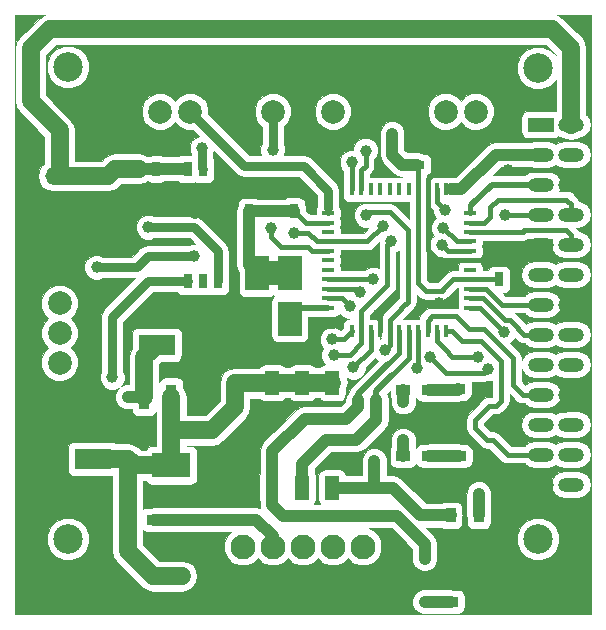
<source format=gtl>
G04 #@! TF.FileFunction,Copper,L1,Top,Signal*
%FSLAX46Y46*%
G04 Gerber Fmt 4.6, Leading zero omitted, Abs format (unit mm)*
G04 Created by KiCad (PCBNEW 4.0.0-rc1-stable) date 31.5.2016 13:40:01*
%MOMM*%
G01*
G04 APERTURE LIST*
%ADD10C,0.100000*%
%ADD11R,2.200000X1.200000*%
%ADD12O,2.200000X1.200000*%
%ADD13C,2.100000*%
%ADD14C,3.000000*%
%ADD15C,2.000000*%
%ADD16C,2.500000*%
%ADD17R,0.449580X1.000000*%
%ADD18R,1.000000X0.449580*%
%ADD19R,0.950000X2.150000*%
%ADD20R,3.250000X2.150000*%
%ADD21R,1.200000X0.750000*%
%ADD22R,0.750000X1.200000*%
%ADD23R,3.149600X1.800860*%
%ADD24R,2.000000X2.900000*%
%ADD25R,1.200000X0.900000*%
%ADD26R,0.900000X1.200000*%
%ADD27R,0.800000X1.300000*%
%ADD28O,2.500000X1.500000*%
%ADD29R,1.200000X2.000000*%
%ADD30R,1.100000X2.000000*%
%ADD31C,1.000000*%
%ADD32C,0.400000*%
%ADD33C,1.000000*%
%ADD34C,1.500000*%
%ADD35C,0.750000*%
%ADD36C,0.500000*%
%ADD37C,2.000000*%
G04 APERTURE END LIST*
D10*
D11*
X20150000Y16100000D03*
D12*
X22690000Y16100000D03*
X20150000Y13560000D03*
X22690000Y13560000D03*
X20150000Y11020000D03*
X22690000Y11020000D03*
X20150000Y8480000D03*
X22690000Y8480000D03*
X20150000Y5940000D03*
X22690000Y5940000D03*
X20150000Y3400000D03*
X22690000Y3400000D03*
X20150000Y860000D03*
X22690000Y860000D03*
X20150000Y-1680000D03*
X22690000Y-1680000D03*
X20150000Y-4220000D03*
X22690000Y-4220000D03*
X20150000Y-6760000D03*
X22690000Y-6760000D03*
X20150000Y-9300000D03*
X22690000Y-9300000D03*
X20150000Y-11840000D03*
X22690000Y-11840000D03*
X20150000Y-14380000D03*
X22690000Y-14380000D03*
D13*
X5080000Y-19630000D03*
X5080000Y-22170000D03*
X2540000Y-19630000D03*
X2540000Y-22170000D03*
X0Y-19630000D03*
X0Y-22170000D03*
X-2540000Y-19630000D03*
X-2540000Y-22170000D03*
X-5080000Y-19630000D03*
X-5080000Y-22170000D03*
X7620000Y-19630000D03*
D14*
X-8290000Y20950000D03*
D15*
X-9560000Y17200000D03*
X-12100000Y17200000D03*
X-14640000Y17200000D03*
D14*
X-15910000Y20950000D03*
X3810000Y20950000D03*
D15*
X2540000Y17200000D03*
X0Y17200000D03*
X-2540000Y17200000D03*
D14*
X-3810000Y20950000D03*
X15910000Y20950000D03*
D15*
X14640000Y17200000D03*
X12100000Y17200000D03*
X9560000Y17200000D03*
D14*
X8290000Y20950000D03*
D16*
X-19890000Y20990000D03*
X19900000Y20900000D03*
X-19900000Y-19000000D03*
D17*
X4150000Y-1400000D03*
X4947560Y-1400000D03*
X5747660Y-1400000D03*
X6547760Y-1400000D03*
X7347860Y-1400000D03*
X8147960Y-1400000D03*
X8948060Y-1400000D03*
X9748160Y-1400000D03*
X10548260Y-1400000D03*
X11348360Y-1400000D03*
X12148460Y-1400000D03*
D18*
X14149980Y598980D03*
X14149980Y1399080D03*
X14149980Y2199180D03*
X14149980Y2999280D03*
X14149980Y3799380D03*
X14149980Y4599480D03*
X14149980Y5399580D03*
X14149980Y6199680D03*
X14149980Y6999780D03*
X14149980Y7799880D03*
X14149980Y8599980D03*
D17*
X12148460Y10598960D03*
X11348360Y10598960D03*
X10548260Y10598960D03*
X9748160Y10598960D03*
X8948060Y10598960D03*
X8147960Y10598960D03*
X7347860Y10598960D03*
X6547760Y10598960D03*
X5747660Y10598960D03*
X4947560Y10598960D03*
X4150000Y10598960D03*
D18*
X2151020Y8599980D03*
X2151020Y7799880D03*
X2151020Y6999780D03*
X2151020Y6199680D03*
X2151020Y5399580D03*
X2151020Y4599480D03*
X2151020Y3799380D03*
X2151020Y2999280D03*
X2151020Y2199180D03*
X2151020Y1399080D03*
X2151020Y598980D03*
D19*
X-13450000Y-6950000D03*
X-8850000Y-6950000D03*
X-11150000Y-6950000D03*
D20*
X-11150000Y-12750000D03*
D21*
X9700000Y12700000D03*
X11600000Y12700000D03*
D22*
X-4600000Y10650000D03*
X-4600000Y8750000D03*
D23*
X-22025980Y-12200000D03*
X-17774020Y-12200000D03*
D22*
X-750000Y10700000D03*
X-750000Y8800000D03*
X16600000Y4900000D03*
X16600000Y3000000D03*
D23*
X-8124020Y-2550000D03*
X-12375980Y-2550000D03*
D24*
X-1110000Y3490000D03*
X-1100000Y-330000D03*
X-3880000Y-330000D03*
X-3870000Y3500000D03*
D16*
X19900000Y-19000000D03*
D25*
X13150000Y-6300000D03*
X15350000Y-6300000D03*
X10700000Y-6350000D03*
X8500000Y-6350000D03*
X13200000Y-11950000D03*
X15400000Y-11950000D03*
X10700000Y-11950000D03*
X8500000Y-11950000D03*
X14750000Y-24300000D03*
X12550000Y-24300000D03*
D26*
X14900000Y-19200000D03*
X14900000Y-17000000D03*
X12500000Y-19200000D03*
X12500000Y-17000000D03*
D22*
X-12400000Y12350000D03*
X-12400000Y10450000D03*
D15*
X-20600000Y-4050000D03*
X-20600000Y-1550000D03*
X-20600000Y3450000D03*
X-20600000Y950000D03*
D25*
X-14850000Y-17350000D03*
X-12650000Y-17350000D03*
D27*
X-7210000Y2850000D03*
X-8480000Y2850000D03*
X-9750000Y2850000D03*
X-7210000Y12350000D03*
X-8480000Y12350000D03*
X-9750000Y12350000D03*
D28*
X-20600000Y11740000D03*
X-20600000Y9200000D03*
D29*
X2480000Y-14650000D03*
X2480000Y-5750000D03*
X-60000Y-5750000D03*
X-2600000Y-5750000D03*
X-60000Y-14650000D03*
D30*
X-2600000Y-14650000D03*
D31*
X11550000Y950000D03*
X11050000Y3250000D03*
X4650000Y4700000D03*
X-18450000Y-15550000D03*
X-11350000Y-15400000D03*
X-9150000Y8650000D03*
X-6200000Y11150000D03*
X17400000Y12250000D03*
X13950000Y13600000D03*
X2550000Y-700000D03*
X6350000Y0D03*
X16000000Y-9300000D03*
X13400000Y-9300000D03*
X2200000Y12550000D03*
X-2650000Y10600000D03*
X-14500000Y5800000D03*
X-8950000Y-4900000D03*
X-12375980Y-2550000D03*
X-14850000Y-6950000D03*
X-13900000Y12350000D03*
X-10250000Y-22150000D03*
X-14750000Y-12450000D03*
X7550000Y15310000D03*
X-5750000Y-5800000D03*
X-2500000Y3500000D03*
X-2700000Y8750000D03*
X17150000Y8450000D03*
X5350000Y8400000D03*
X6950000Y-3000000D03*
X10800000Y-3600000D03*
X15650000Y-4600000D03*
X4250000Y-4450000D03*
X7500000Y6250000D03*
X2600000Y-3400000D03*
X2500000Y-2100000D03*
X14800000Y-3550000D03*
X12050000Y8850000D03*
X4150000Y12900000D03*
X-2550000Y13950000D03*
X-2700000Y7300000D03*
X-8550000Y14100000D03*
X5300000Y13900000D03*
X4800000Y1950000D03*
X8500000Y-10650000D03*
X-13100000Y7400000D03*
X6800000Y7550000D03*
X-9200000Y4950000D03*
X-17450000Y4000000D03*
X-750000Y6900000D03*
X-16150000Y-5300000D03*
X8500000Y-7400000D03*
X4000000Y700000D03*
X10300000Y-24300000D03*
X10300000Y-20650000D03*
X-50000Y-12600000D03*
X14900000Y-15150000D03*
X9650000Y-4550000D03*
X6050000Y-12350000D03*
X11900000Y7350000D03*
X11750000Y5900000D03*
X17050000Y-1450000D03*
X5950000Y3000000D03*
D32*
X11050000Y3250000D02*
X11050000Y3600000D01*
X11050000Y3600000D02*
X12049480Y4599480D01*
D33*
X-9600000Y10450000D02*
X-9150000Y10000000D01*
X-9150000Y10000000D02*
X-9150000Y8650000D01*
X-6300000Y10450000D02*
X-6200000Y10550000D01*
X-6200000Y10550000D02*
X-6200000Y11150000D01*
D32*
X10548260Y10598960D02*
X10548260Y5501740D01*
X10548260Y5501740D02*
X11450520Y4599480D01*
X11450520Y4599480D02*
X12049480Y4599480D01*
X12049480Y4599480D02*
X14149980Y4599480D01*
X22690000Y12060000D02*
X22500000Y12250000D01*
X22690000Y12060000D02*
X22690000Y11020000D01*
X22500000Y12250000D02*
X17400000Y12250000D01*
X11600000Y12700000D02*
X13050000Y12700000D01*
X13050000Y12700000D02*
X13950000Y13600000D01*
X16600000Y4900000D02*
X16600000Y5600000D01*
X16940000Y5940000D02*
X20150000Y5940000D01*
X16600000Y5600000D02*
X16940000Y5940000D01*
X14149980Y4599480D02*
X16299480Y4599480D01*
X16299480Y4599480D02*
X16600000Y4900000D01*
D33*
X1000000Y-2550000D02*
X1000000Y-1500000D01*
D34*
X-3880000Y-2470000D02*
X-3200000Y-3150000D01*
X-3880000Y-330000D02*
X-3880000Y-2470000D01*
X400000Y-3150000D02*
X-3200000Y-3150000D01*
D33*
X400000Y-3150000D02*
X1000000Y-2550000D01*
X1800000Y-700000D02*
X2550000Y-700000D01*
X1000000Y-1500000D02*
X1800000Y-700000D01*
D32*
X6547760Y-197760D02*
X6350000Y0D01*
X6547760Y-197760D02*
X6547760Y-1400000D01*
X17250000Y-8050000D02*
X16000000Y-9300000D01*
X22690000Y-7560000D02*
X22200000Y-8050000D01*
X22690000Y-7560000D02*
X22690000Y-6760000D01*
X22200000Y-8050000D02*
X17250000Y-8050000D01*
D35*
X15400000Y-11950000D02*
X13400000Y-9950000D01*
X13400000Y-8250000D02*
X15350000Y-6300000D01*
X13400000Y-9950000D02*
X13400000Y-9300000D01*
X13400000Y-9300000D02*
X13400000Y-8250000D01*
D33*
X9560000Y17200000D02*
X9560000Y16190000D01*
X11600000Y14150000D02*
X11600000Y12700000D01*
X9560000Y16190000D02*
X11600000Y14150000D01*
D32*
X11600000Y12700000D02*
X11600000Y12500000D01*
X11600000Y12500000D02*
X10548260Y11448260D01*
X10548260Y11448260D02*
X10548260Y10598960D01*
D34*
X-22025980Y-12200000D02*
X-22025980Y-14224020D01*
X-7360000Y-24450000D02*
X-5080000Y-22170000D01*
X-13900000Y-24450000D02*
X-7360000Y-24450000D01*
X-17050000Y-21300000D02*
X-13900000Y-24450000D01*
X-17050000Y-16950000D02*
X-17050000Y-21300000D01*
X-18450000Y-15550000D02*
X-17050000Y-16950000D01*
X-20700000Y-15550000D02*
X-18450000Y-15550000D01*
X-22025980Y-14224020D02*
X-20700000Y-15550000D01*
D33*
X5080000Y-22170000D02*
X14750000Y-22170000D01*
X14650000Y-22200000D02*
X14750000Y-22200000D01*
X14720000Y-22200000D02*
X14650000Y-22200000D01*
X14750000Y-22170000D02*
X14720000Y-22200000D01*
X14900000Y-19200000D02*
X16100000Y-19200000D01*
X20150000Y-15150000D02*
X20150000Y-14380000D01*
X16100000Y-19200000D02*
X20150000Y-15150000D01*
X20150000Y-14380000D02*
X20150000Y-15400000D01*
X20150000Y-15400000D02*
X22700000Y-17950000D01*
X22700000Y-17950000D02*
X22700000Y-20400000D01*
X22700000Y-20400000D02*
X18800000Y-24300000D01*
X18800000Y-24300000D02*
X14750000Y-24300000D01*
X15400000Y-11950000D02*
X17830000Y-14380000D01*
X17830000Y-14380000D02*
X20150000Y-14380000D01*
X14750000Y-24300000D02*
X14750000Y-22200000D01*
X14750000Y-22200000D02*
X14750000Y-19350000D01*
X14750000Y-19350000D02*
X14900000Y-19200000D01*
X12500000Y-19200000D02*
X14900000Y-19200000D01*
X15350000Y-11900000D02*
X15400000Y-11950000D01*
D35*
X0Y14750000D02*
X2200000Y12550000D01*
X0Y17200000D02*
X0Y14750000D01*
X-2650000Y10600000D02*
X-2650000Y10650000D01*
X-2650000Y10650000D02*
X-2650000Y10600000D01*
X-2650000Y10600000D02*
X-2650000Y10650000D01*
D33*
X-4600000Y10650000D02*
X-2650000Y10650000D01*
X-2650000Y10650000D02*
X-800000Y10650000D01*
X-800000Y10650000D02*
X-750000Y10700000D01*
D35*
X-16050000Y7000000D02*
X-16050000Y9200000D01*
X-14850000Y5800000D02*
X-16050000Y7000000D01*
X-14500000Y5800000D02*
X-14850000Y5800000D01*
D33*
X-8950000Y-4900000D02*
X-8850000Y-4900000D01*
X-8850000Y-4900000D02*
X-8950000Y-4900000D01*
X-8950000Y-4900000D02*
X-8850000Y-4900000D01*
D34*
X-3880000Y-330000D02*
X-7280000Y-330000D01*
X-8124020Y-1174020D02*
X-8124020Y-2550000D01*
X-7280000Y-330000D02*
X-8124020Y-1174020D01*
X-8850000Y-6950000D02*
X-8850000Y-4900000D01*
X-8850000Y-4900000D02*
X-8850000Y-3275980D01*
X-8850000Y-3275980D02*
X-8124020Y-2550000D01*
D33*
X-20600000Y3450000D02*
X-22100000Y3450000D01*
X-23100000Y-11125980D02*
X-22025980Y-12200000D01*
X-23100000Y2450000D02*
X-23100000Y-11125980D01*
X-22100000Y3450000D02*
X-23100000Y2450000D01*
X-20600000Y9200000D02*
X-20600000Y3450000D01*
D35*
X-7210000Y11090000D02*
X-7210000Y10450000D01*
X-7210000Y12350000D02*
X-7210000Y11090000D01*
X-7200000Y10500000D02*
X-7200000Y10450000D01*
X-7200000Y10460000D02*
X-7200000Y10500000D01*
X-7210000Y10450000D02*
X-7200000Y10460000D01*
X-4800000Y10450000D02*
X-6300000Y10450000D01*
X-6300000Y10450000D02*
X-7200000Y10450000D01*
X-7200000Y10450000D02*
X-7850000Y10450000D01*
X-7850000Y10450000D02*
X-9600000Y10450000D01*
X-9600000Y10450000D02*
X-12400000Y10450000D01*
X-4800000Y10450000D02*
X-4600000Y10650000D01*
D33*
X-12400000Y10450000D02*
X-14800000Y10450000D01*
X-14800000Y10450000D02*
X-16050000Y9200000D01*
X-16050000Y9200000D02*
X-16250000Y9200000D01*
X-16250000Y9200000D02*
X-20600000Y9200000D01*
D34*
X-13450000Y-3624020D02*
X-12375980Y-2550000D01*
X-13450000Y-6950000D02*
X-13450000Y-3624020D01*
X-20600000Y11740000D02*
X-20600000Y15600000D01*
X22690000Y22560000D02*
X22690000Y16100000D01*
X21100000Y24150000D02*
X22690000Y22560000D01*
X-21450000Y24150000D02*
X21100000Y24150000D01*
X-23050000Y22550000D02*
X-21450000Y24150000D01*
X-23050000Y18050000D02*
X-23050000Y22550000D01*
X-20600000Y15600000D02*
X-23050000Y18050000D01*
D33*
X-13450000Y-6950000D02*
X-14850000Y-6950000D01*
D32*
X-9750000Y12350000D02*
X-10300000Y12350000D01*
X-10350000Y12300000D02*
X-10350000Y12350000D01*
X-10300000Y12350000D02*
X-10350000Y12300000D01*
D33*
X-12400000Y12350000D02*
X-10350000Y12350000D01*
X-10350000Y12350000D02*
X-10150000Y12350000D01*
D34*
X-20600000Y11740000D02*
X-16510000Y11740000D01*
X-15900000Y12350000D02*
X-13900000Y12350000D01*
X-16510000Y11740000D02*
X-15900000Y12350000D01*
D33*
X-13900000Y12350000D02*
X-12400000Y12350000D01*
D32*
X11900000Y2150000D02*
X11750000Y2000000D01*
X9748160Y4950000D02*
X9748160Y10598960D01*
X9748160Y4950000D02*
X9748160Y3451840D01*
X9748160Y3451840D02*
X9748160Y2750000D01*
X9748160Y2651840D02*
X10400000Y2000000D01*
X9748160Y2750000D02*
X9748160Y2651840D01*
X10400000Y2000000D02*
X11750000Y2000000D01*
X11850000Y2100000D02*
X11900000Y2150000D01*
X11900000Y2150000D02*
X12749280Y2999280D01*
X12749280Y2999280D02*
X13100720Y2999280D01*
D34*
X-14850000Y-20000000D02*
X-14850000Y-17350000D01*
X-12700000Y-22150000D02*
X-10250000Y-22150000D01*
X-14850000Y-20000000D02*
X-12700000Y-22150000D01*
D33*
X-14750000Y-12450000D02*
X-14850000Y-12450000D01*
X-14850000Y-12450000D02*
X-14850000Y-12250000D01*
D32*
X14149980Y2999280D02*
X13100720Y2999280D01*
X14149980Y2999280D02*
X14150700Y3000000D01*
X14150700Y3000000D02*
X16600000Y3000000D01*
D33*
X7550000Y15310000D02*
X7550000Y13550000D01*
X8400000Y12700000D02*
X9700000Y12700000D01*
X7550000Y13550000D02*
X8400000Y12700000D01*
X7550000Y15310000D02*
X7550000Y15300000D01*
D32*
X9748160Y10598960D02*
X9748160Y12651840D01*
X9748160Y12651840D02*
X9700000Y12700000D01*
D34*
X-5750000Y-5800000D02*
X-5750000Y-7850000D01*
X-7700000Y-9800000D02*
X-11150000Y-9800000D01*
X-5750000Y-7850000D02*
X-7700000Y-9800000D01*
X-2650000Y-5800000D02*
X-5750000Y-5800000D01*
X-2650000Y-5800000D02*
X-2600000Y-5750000D01*
X-2500000Y-5650000D02*
X-2600000Y-5750000D01*
D36*
X-2600000Y-5750000D02*
X-60000Y-5750000D01*
D32*
X2151020Y7799880D02*
X250120Y7799880D01*
X250120Y7799880D02*
X-750000Y8800000D01*
D33*
X-4600000Y8750000D02*
X-4600000Y4230000D01*
X-4600000Y4230000D02*
X-3870000Y3500000D01*
X-4600000Y8750000D02*
X-2700000Y8750000D01*
X-2700000Y8750000D02*
X-800000Y8750000D01*
X-800000Y8750000D02*
X-750000Y8800000D01*
D34*
X2480000Y-5750000D02*
X-2600000Y-5750000D01*
D37*
X-3870000Y3500000D02*
X-2500000Y3500000D01*
X-2500000Y3500000D02*
X-1120000Y3500000D01*
X-1120000Y3500000D02*
X-1110000Y3490000D01*
D34*
X-14850000Y-17350000D02*
X-14850000Y-12250000D01*
D33*
X-14850000Y-12250000D02*
X-14800000Y-12200000D01*
D34*
X-11150000Y-6950000D02*
X-11150000Y-9800000D01*
X-11150000Y-9800000D02*
X-11150000Y-12750000D01*
X-17774020Y-12200000D02*
X-14800000Y-12200000D01*
X-14250000Y-12750000D02*
X-11150000Y-12750000D01*
X-14800000Y-12200000D02*
X-14250000Y-12750000D01*
D32*
X16599280Y2999280D02*
X16600000Y3000000D01*
X17180000Y8480000D02*
X17150000Y8450000D01*
X20150000Y8480000D02*
X17180000Y8480000D01*
X8500000Y700000D02*
X8900000Y1100000D01*
X7347860Y-452140D02*
X7347860Y-1400000D01*
X7347860Y-452140D02*
X8100000Y300000D01*
X8100000Y300000D02*
X8500000Y700000D01*
X8900000Y1100000D02*
X8900000Y7150000D01*
X7350000Y8700000D02*
X8900000Y7150000D01*
X5350000Y8400000D02*
X5650000Y8700000D01*
X5650000Y8700000D02*
X7350000Y8700000D01*
X7347860Y-2602140D02*
X6950000Y-3000000D01*
X7347860Y-2602140D02*
X7347860Y-1400000D01*
X14800000Y-4950000D02*
X15300000Y-4950000D01*
X12150000Y-4950000D02*
X14800000Y-4950000D01*
X10800000Y-3600000D02*
X12150000Y-4950000D01*
X15300000Y-4950000D02*
X15650000Y-4600000D01*
X5747660Y-2952340D02*
X4250000Y-4450000D01*
X5747660Y-1400000D02*
X5747660Y-2952340D01*
X7150000Y5900000D02*
X7500000Y6250000D01*
X7150000Y4300000D02*
X7150000Y2500000D01*
X4947560Y297560D02*
X7150000Y2500000D01*
X4947560Y-202440D02*
X4947560Y-1400000D01*
X4947560Y-202440D02*
X4947560Y297560D01*
X7150000Y4300000D02*
X7150000Y5900000D01*
X4947560Y-2402440D02*
X3950000Y-3400000D01*
X3950000Y-3400000D02*
X2600000Y-3400000D01*
X4947560Y-2402440D02*
X4947560Y-1400000D01*
X3450000Y-2100000D02*
X2500000Y-2100000D01*
X4150000Y-1400000D02*
X3550000Y-2000000D01*
X3550000Y-2000000D02*
X3450000Y-2100000D01*
D33*
X-12650000Y-17350000D02*
X-3950000Y-17350000D01*
X-3950000Y-17350000D02*
X-2540000Y-18760000D01*
D32*
X12000000Y-2900000D02*
X12650000Y-3550000D01*
X11348360Y-1400000D02*
X11348360Y-2248360D01*
X11348360Y-2248360D02*
X12000000Y-2900000D01*
X12650000Y-3550000D02*
X14800000Y-3550000D01*
X22690000Y-11840000D02*
X22690000Y-11790000D01*
X22690000Y-11840000D02*
X22590000Y-11840000D01*
X12800000Y-150000D02*
X12950000Y-150000D01*
X10548260Y-501740D02*
X10900000Y-150000D01*
X10900000Y-150000D02*
X12800000Y-150000D01*
X10548260Y-1400000D02*
X10548260Y-501740D01*
X18610000Y-6760000D02*
X20150000Y-6760000D01*
X17800000Y-5950000D02*
X18610000Y-6760000D01*
X17800000Y-3700000D02*
X17800000Y-5950000D01*
X15350000Y-1250000D02*
X17800000Y-3700000D01*
X14050000Y-1250000D02*
X15350000Y-1250000D01*
X12950000Y-150000D02*
X14050000Y-1250000D01*
X19410000Y-6760000D02*
X20150000Y-6760000D01*
X11348360Y10598960D02*
X11348360Y9551640D01*
X12050000Y8850000D02*
X11348360Y9551640D01*
X14800000Y-2250000D02*
X15050000Y-2250000D01*
X16350000Y-7700000D02*
X16750000Y-7300000D01*
X20150000Y-11840000D02*
X17340000Y-11840000D01*
X14550000Y-8900000D02*
X15750000Y-7700000D01*
X14550000Y-9600000D02*
X14550000Y-8900000D01*
X15550000Y-10600000D02*
X14550000Y-9600000D01*
X16100000Y-10600000D02*
X15550000Y-10600000D01*
X17340000Y-11840000D02*
X16100000Y-10600000D01*
X15750000Y-7700000D02*
X16350000Y-7700000D01*
X12650000Y-1400000D02*
X12148460Y-1400000D01*
X12650000Y-1400000D02*
X13500000Y-2250000D01*
X13500000Y-2250000D02*
X14800000Y-2250000D01*
X16750000Y-3950000D02*
X16750000Y-7300000D01*
X15050000Y-2250000D02*
X16750000Y-3950000D01*
D36*
X2151020Y598980D02*
X-171020Y598980D01*
X-171020Y598980D02*
X-1100000Y-330000D01*
D32*
X4150000Y10598960D02*
X4150000Y12900000D01*
D35*
X-2540000Y13960000D02*
X-2540000Y17200000D01*
X-2540000Y13960000D02*
X-2550000Y13950000D01*
D32*
X-2700000Y7300000D02*
X-2700000Y6600000D01*
X750420Y5399580D02*
X2151020Y5399580D01*
X400000Y5750000D02*
X750420Y5399580D01*
X-1850000Y5750000D02*
X400000Y5750000D01*
X-2700000Y6600000D02*
X-1850000Y5750000D01*
D35*
X-8550000Y12420000D02*
X-8550000Y14100000D01*
X-8550000Y12420000D02*
X-8480000Y12350000D01*
D32*
X4947560Y11947560D02*
X4947560Y12247560D01*
X4947560Y10598960D02*
X4947560Y11947560D01*
X5300000Y12600000D02*
X5300000Y13900000D01*
X4947560Y12247560D02*
X5300000Y12600000D01*
X2151020Y8599980D02*
X2151020Y9048980D01*
D35*
X-4960000Y12600000D02*
X-9560000Y17200000D01*
X2150000Y10500000D02*
X2150000Y9550000D01*
X50000Y12600000D02*
X2150000Y10500000D01*
X-4960000Y12600000D02*
X50000Y12600000D01*
X2150000Y9050000D02*
X2150000Y9550000D01*
D32*
X2151020Y9048980D02*
X2150000Y9050000D01*
D33*
X10700000Y-6350000D02*
X13100000Y-6350000D01*
X13100000Y-6350000D02*
X13150000Y-6300000D01*
X10700000Y-11950000D02*
X13200000Y-11950000D01*
D32*
X2151020Y2199180D02*
X4550820Y2199180D01*
X4550820Y2199180D02*
X4800000Y1950000D01*
D33*
X8500000Y-10650000D02*
X8500000Y-11950000D01*
D35*
X-13100000Y7400000D02*
X-9200000Y7400000D01*
X-8900000Y7100000D02*
X-7210000Y5410000D01*
X-7210000Y2850000D02*
X-7210000Y5410000D01*
X-9200000Y7400000D02*
X-8900000Y7100000D01*
X-7200000Y2860000D02*
X-7210000Y2850000D01*
D32*
X5449680Y6199680D02*
X6800000Y7550000D01*
X5449680Y6199680D02*
X2151020Y6199680D01*
D35*
X-14050000Y4000000D02*
X-13100000Y4950000D01*
X-13100000Y4950000D02*
X-9200000Y4950000D01*
X-17450000Y4000000D02*
X-14050000Y4000000D01*
D32*
X1150320Y6199680D02*
X450000Y6900000D01*
X450000Y6900000D02*
X-750000Y6900000D01*
X1150320Y6199680D02*
X2151020Y6199680D01*
D35*
X-13100000Y2850000D02*
X-16150000Y-200000D01*
X-16150000Y-200000D02*
X-16150000Y-5300000D01*
X-13100000Y2850000D02*
X-9750000Y2850000D01*
D33*
X8500000Y-6350000D02*
X8500000Y-7400000D01*
D32*
X3300920Y1399080D02*
X4000000Y700000D01*
X3300920Y1399080D02*
X2151020Y1399080D01*
D33*
X-2600000Y-14650000D02*
X-2600000Y-11550000D01*
D36*
X4650000Y-6750000D02*
X4650000Y-7250000D01*
D32*
X8147960Y-3252040D02*
X8147960Y-1400000D01*
X8147960Y-3252040D02*
X7200000Y-4200000D01*
D36*
X7200000Y-4200000D02*
X4650000Y-6750000D01*
D33*
X4650000Y-7800000D02*
X4650000Y-7250000D01*
X3650000Y-8800000D02*
X4650000Y-7800000D01*
X150000Y-8800000D02*
X3650000Y-8800000D01*
X-2600000Y-11550000D02*
X150000Y-8800000D01*
X12550000Y-24300000D02*
X10300000Y-24300000D01*
X-2600000Y-16100000D02*
X-2600000Y-14650000D01*
X10300000Y-19400000D02*
X10300000Y-20650000D01*
X7950000Y-17050000D02*
X10300000Y-19400000D01*
X-1650000Y-17050000D02*
X7950000Y-17050000D01*
X-2600000Y-16100000D02*
X-1650000Y-17050000D01*
X14900000Y-15150000D02*
X14900000Y-17000000D01*
X6200000Y-7200000D02*
X6200000Y-8900000D01*
D36*
X6200000Y-6450000D02*
X6200000Y-7200000D01*
D32*
X8948060Y-1400000D02*
X8948060Y-3701940D01*
X8948060Y-3701940D02*
X7550000Y-5100000D01*
D36*
X7550000Y-5100000D02*
X6200000Y-6450000D01*
D33*
X1950000Y-10600000D02*
X-50000Y-12600000D01*
X4500000Y-10600000D02*
X1950000Y-10600000D01*
X6200000Y-8900000D02*
X4500000Y-10600000D01*
X-60000Y-12610000D02*
X-60000Y-14650000D01*
X-60000Y-12610000D02*
X-50000Y-12600000D01*
D32*
X9748160Y-4451840D02*
X9650000Y-4550000D01*
X9748160Y-1400000D02*
X9748160Y-4451840D01*
D33*
X6050000Y-12350000D02*
X6050000Y-14650000D01*
X2480000Y-14650000D02*
X6050000Y-14650000D01*
X6050000Y-14650000D02*
X7600000Y-14650000D01*
X9950000Y-17000000D02*
X12500000Y-17000000D01*
X7600000Y-14650000D02*
X9950000Y-17000000D01*
D32*
X12148460Y10598960D02*
X12548960Y10598960D01*
D33*
X16360000Y13560000D02*
X13400000Y10600000D01*
X16360000Y13560000D02*
X20150000Y13560000D01*
X12550000Y10600000D02*
X13400000Y10600000D01*
D32*
X12548960Y10598960D02*
X12550000Y10600000D01*
X14149980Y8599980D02*
X14149980Y9199980D01*
D36*
X15970000Y11020000D02*
X14200000Y9250000D01*
X15970000Y11020000D02*
X20150000Y11020000D01*
D32*
X14149980Y9199980D02*
X14200000Y9250000D01*
X14149980Y7799880D02*
X15349880Y7799880D01*
X22690000Y9360000D02*
X22300000Y9750000D01*
X22300000Y9750000D02*
X19200000Y9750000D01*
X22690000Y9360000D02*
X22690000Y8480000D01*
X16500000Y9750000D02*
X19200000Y9750000D01*
X15850000Y9100000D02*
X16500000Y9750000D01*
X15850000Y8300000D02*
X15850000Y9100000D01*
X15349880Y7799880D02*
X15850000Y8300000D01*
X14149980Y6999780D02*
X18599780Y6999780D01*
X22690000Y6710000D02*
X22690000Y5940000D01*
X22250000Y7150000D02*
X22690000Y6710000D01*
X18750000Y7150000D02*
X22250000Y7150000D01*
X18599780Y6999780D02*
X18750000Y7150000D01*
X13050320Y6199680D02*
X11900000Y7350000D01*
X13050320Y6199680D02*
X14149980Y6199680D01*
X12250420Y5399580D02*
X11750000Y5900000D01*
X14149980Y5399580D02*
X12250420Y5399580D01*
X15001020Y598980D02*
X17050000Y-1450000D01*
X14149980Y598980D02*
X15001020Y598980D01*
X22690000Y-9300000D02*
X23300000Y-9300000D01*
X5949280Y2999280D02*
X5950000Y3000000D01*
X2151020Y2999280D02*
X5949280Y2999280D01*
X14149980Y2199180D02*
X15500820Y2199180D01*
X16840000Y860000D02*
X20150000Y860000D01*
X15500820Y2199180D02*
X16840000Y860000D01*
X14149980Y1399080D02*
X15250920Y1399080D01*
X18730000Y-1680000D02*
X17700000Y-650000D01*
X18780000Y-1680000D02*
X20150000Y-1680000D01*
X18780000Y-1680000D02*
X18730000Y-1680000D01*
X17500000Y-450000D02*
X17700000Y-650000D01*
X17100000Y-450000D02*
X17500000Y-450000D01*
X15250920Y1399080D02*
X17100000Y-450000D01*
D10*
G36*
X-21947488Y25351043D02*
X-22369239Y25069239D01*
X-23969239Y23469239D01*
X-24251043Y23047489D01*
X-24251043Y23047488D01*
X-24350000Y22550000D01*
X-24350000Y18050000D01*
X-24251043Y17552511D01*
X-23969239Y17130761D01*
X-21900000Y15061522D01*
X-21900000Y12762474D01*
X-22054503Y12659239D01*
X-22336307Y12237488D01*
X-22435264Y11740000D01*
X-22336307Y11242512D01*
X-22054503Y10820761D01*
X-21632752Y10538957D01*
X-21135264Y10440000D01*
X-16510000Y10440000D01*
X-16012511Y10538957D01*
X-15590761Y10820761D01*
X-15361522Y11050000D01*
X-13900000Y11050000D01*
X-13402512Y11148957D01*
X-13176459Y11300000D01*
X-13090636Y11300000D01*
X-12993173Y11233406D01*
X-12775000Y11189225D01*
X-12025000Y11189225D01*
X-11821182Y11227576D01*
X-11708632Y11300000D01*
X-10538814Y11300000D01*
X-10368173Y11183406D01*
X-10150000Y11139225D01*
X-9350000Y11139225D01*
X-9146182Y11177576D01*
X-9117063Y11196313D01*
X-9098173Y11183406D01*
X-8880000Y11139225D01*
X-8080000Y11139225D01*
X-7876182Y11177576D01*
X-7688988Y11298032D01*
X-7563406Y11481827D01*
X-7519225Y11700000D01*
X-7519225Y13000000D01*
X-7557576Y13203818D01*
X-7625000Y13308598D01*
X-7625000Y13589631D01*
X-7517256Y13849108D01*
X-5614076Y11945929D01*
X-5614074Y11945926D01*
X-5313982Y11745411D01*
X-4960000Y11675000D01*
X-333148Y11675000D01*
X1225000Y10116853D01*
X1225000Y9175502D01*
X1134426Y9042943D01*
X1090245Y8824770D01*
X1090245Y8549880D01*
X560780Y8549880D01*
X297353Y8813307D01*
X220074Y9201818D01*
X185775Y9253150D01*
X185775Y9400000D01*
X147424Y9603818D01*
X26968Y9791012D01*
X-156827Y9916594D01*
X-375000Y9960775D01*
X-1125000Y9960775D01*
X-1328818Y9922424D01*
X-1516012Y9801968D01*
X-1517357Y9800000D01*
X-2699084Y9800000D01*
X-2907942Y9800182D01*
X-2908382Y9800000D01*
X-3909364Y9800000D01*
X-4006827Y9866594D01*
X-4225000Y9910775D01*
X-4975000Y9910775D01*
X-5178818Y9872424D01*
X-5366012Y9751968D01*
X-5491594Y9568173D01*
X-5535775Y9350000D01*
X-5535775Y9203150D01*
X-5570074Y9151818D01*
X-5650000Y8750000D01*
X-5650000Y4230000D01*
X-5570074Y3828182D01*
X-5430775Y3619707D01*
X-5430775Y2050000D01*
X-5392424Y1846182D01*
X-5271968Y1658988D01*
X-5088173Y1533406D01*
X-4870000Y1489225D01*
X-2870000Y1489225D01*
X-2666182Y1527576D01*
X-2495252Y1637566D01*
X-2406067Y1576629D01*
X-2491012Y1521968D01*
X-2616594Y1338173D01*
X-2660775Y1120000D01*
X-2660775Y-1780000D01*
X-2622424Y-1983818D01*
X-2501968Y-2171012D01*
X-2318173Y-2296594D01*
X-2100000Y-2340775D01*
X-100000Y-2340775D01*
X103818Y-2302424D01*
X291012Y-2181968D01*
X416594Y-1998173D01*
X460775Y-1780000D01*
X460775Y-201020D01*
X2151020Y-201020D01*
X2223590Y-186585D01*
X2651020Y-186585D01*
X2854838Y-148234D01*
X3042032Y-27778D01*
X3123644Y91665D01*
X3404446Y-189628D01*
X3790226Y-349818D01*
X3868550Y-349886D01*
X3721392Y-377576D01*
X3534198Y-498032D01*
X3408616Y-681827D01*
X3364435Y-900000D01*
X3364435Y-1124905D01*
X3187181Y-1302159D01*
X3095554Y-1210372D01*
X2709774Y-1050182D01*
X2292058Y-1049818D01*
X1906000Y-1209334D01*
X1610372Y-1504446D01*
X1450182Y-1890226D01*
X1449818Y-2307942D01*
X1609334Y-2694000D01*
X1714988Y-2799838D01*
X1710372Y-2804446D01*
X1550182Y-3190226D01*
X1549818Y-3607942D01*
X1709334Y-3994000D01*
X1904218Y-4189225D01*
X1880000Y-4189225D01*
X1676182Y-4227576D01*
X1488988Y-4348032D01*
X1419316Y-4450000D01*
X1000533Y-4450000D01*
X941968Y-4358988D01*
X758173Y-4233406D01*
X540000Y-4189225D01*
X-660000Y-4189225D01*
X-863818Y-4227576D01*
X-1051012Y-4348032D01*
X-1120684Y-4450000D01*
X-1539467Y-4450000D01*
X-1598032Y-4358988D01*
X-1781827Y-4233406D01*
X-2000000Y-4189225D01*
X-3200000Y-4189225D01*
X-3403818Y-4227576D01*
X-3591012Y-4348032D01*
X-3694847Y-4500000D01*
X-5750000Y-4500000D01*
X-6247488Y-4598957D01*
X-6669239Y-4880761D01*
X-6951043Y-5302512D01*
X-7050000Y-5800000D01*
X-7050000Y-7311523D01*
X-8238478Y-8500000D01*
X-9850000Y-8500000D01*
X-9850000Y-6950000D01*
X-9948957Y-6452512D01*
X-10114225Y-6205170D01*
X-10114225Y-5875000D01*
X-10152576Y-5671182D01*
X-10273032Y-5483988D01*
X-10456827Y-5358406D01*
X-10675000Y-5314225D01*
X-11625000Y-5314225D01*
X-11828818Y-5352576D01*
X-12016012Y-5473032D01*
X-12141594Y-5656827D01*
X-12150000Y-5698337D01*
X-12150000Y-4162498D01*
X-11998707Y-4011205D01*
X-10801180Y-4011205D01*
X-10597362Y-3972854D01*
X-10410168Y-3852398D01*
X-10284586Y-3668603D01*
X-10240405Y-3450430D01*
X-10240405Y-1649570D01*
X-10278756Y-1445752D01*
X-10399212Y-1258558D01*
X-10583007Y-1132976D01*
X-10801180Y-1088795D01*
X-13950780Y-1088795D01*
X-14154598Y-1127146D01*
X-14341792Y-1247602D01*
X-14467374Y-1431397D01*
X-14511555Y-1649570D01*
X-14511555Y-2917772D01*
X-14651043Y-3126531D01*
X-14719212Y-3469239D01*
X-14750000Y-3624020D01*
X-14750000Y-5900000D01*
X-14849084Y-5900000D01*
X-15057942Y-5899818D01*
X-15410623Y-6045543D01*
X-15260372Y-5895554D01*
X-15100182Y-5509774D01*
X-15099818Y-5092058D01*
X-15225000Y-4789095D01*
X-15225000Y-583148D01*
X-12716852Y1925000D01*
X-10626620Y1925000D01*
X-10551968Y1808988D01*
X-10368173Y1683406D01*
X-10150000Y1639225D01*
X-9350000Y1639225D01*
X-9146182Y1677576D01*
X-9117063Y1696313D01*
X-9098173Y1683406D01*
X-8880000Y1639225D01*
X-8080000Y1639225D01*
X-7876182Y1677576D01*
X-7847063Y1696313D01*
X-7828173Y1683406D01*
X-7610000Y1639225D01*
X-6810000Y1639225D01*
X-6606182Y1677576D01*
X-6418988Y1798032D01*
X-6293406Y1981827D01*
X-6249225Y2200000D01*
X-6249225Y3500000D01*
X-6285000Y3690128D01*
X-6285000Y5410000D01*
X-6319586Y5583878D01*
X-6355411Y5763983D01*
X-6555926Y6064074D01*
X-8545926Y8054074D01*
X-8846017Y8254589D01*
X-9200000Y8325000D01*
X-12589631Y8325000D01*
X-12890226Y8449818D01*
X-13307942Y8450182D01*
X-13694000Y8290666D01*
X-13989628Y7995554D01*
X-14149818Y7609774D01*
X-14150182Y7192058D01*
X-13990666Y6806000D01*
X-13695554Y6510372D01*
X-13309774Y6350182D01*
X-12892058Y6349818D01*
X-12589095Y6475000D01*
X-9583148Y6475000D01*
X-9108069Y5999921D01*
X-9407942Y6000182D01*
X-9710905Y5875000D01*
X-13100000Y5875000D01*
X-13453983Y5804589D01*
X-13754074Y5604074D01*
X-14433148Y4925000D01*
X-16939631Y4925000D01*
X-17240226Y5049818D01*
X-17657942Y5050182D01*
X-18044000Y4890666D01*
X-18339628Y4595554D01*
X-18499818Y4209774D01*
X-18500182Y3792058D01*
X-18340666Y3406000D01*
X-18045554Y3110372D01*
X-17659774Y2950182D01*
X-17242058Y2949818D01*
X-16939095Y3075000D01*
X-14183148Y3075000D01*
X-16804074Y454074D01*
X-17004589Y153983D01*
X-17063090Y-140124D01*
X-17075000Y-200000D01*
X-17075000Y-4789631D01*
X-17199818Y-5090226D01*
X-17200182Y-5507942D01*
X-17040666Y-5894000D01*
X-16745554Y-6189628D01*
X-16359774Y-6349818D01*
X-15942058Y-6350182D01*
X-15589377Y-6204457D01*
X-15739628Y-6354446D01*
X-15899818Y-6740226D01*
X-15900182Y-7157942D01*
X-15740666Y-7544000D01*
X-15445554Y-7839628D01*
X-15059774Y-7999818D01*
X-14642058Y-8000182D01*
X-14641618Y-8000000D01*
X-14485775Y-8000000D01*
X-14485775Y-8025000D01*
X-14447424Y-8228818D01*
X-14326968Y-8416012D01*
X-14143173Y-8541594D01*
X-13925000Y-8585775D01*
X-12975000Y-8585775D01*
X-12771182Y-8547424D01*
X-12583988Y-8426968D01*
X-12458406Y-8243173D01*
X-12450000Y-8201663D01*
X-12450000Y-11114225D01*
X-12775000Y-11114225D01*
X-12978818Y-11152576D01*
X-13166012Y-11273032D01*
X-13286929Y-11450000D01*
X-13711522Y-11450000D01*
X-13880761Y-11280761D01*
X-14302511Y-10998957D01*
X-14800000Y-10900000D01*
X-15809777Y-10900000D01*
X-15981047Y-10782976D01*
X-16199220Y-10738795D01*
X-19348820Y-10738795D01*
X-19552638Y-10777146D01*
X-19739832Y-10897602D01*
X-19865414Y-11081397D01*
X-19909595Y-11299570D01*
X-19909595Y-13100430D01*
X-19871244Y-13304248D01*
X-19750788Y-13491442D01*
X-19566993Y-13617024D01*
X-19348820Y-13661205D01*
X-16199220Y-13661205D01*
X-16150000Y-13651944D01*
X-16150000Y-20000000D01*
X-16051043Y-20497489D01*
X-15769239Y-20919239D01*
X-13619239Y-23069239D01*
X-13197489Y-23351043D01*
X-12700000Y-23450000D01*
X-10250000Y-23450000D01*
X-9752512Y-23351043D01*
X-9330761Y-23069239D01*
X-9048957Y-22647488D01*
X-8950000Y-22150000D01*
X-9048957Y-21652512D01*
X-9330761Y-21230761D01*
X-9752512Y-20948957D01*
X-10250000Y-20850000D01*
X-12161522Y-20850000D01*
X-13550000Y-19461522D01*
X-13550000Y-18260684D01*
X-13468173Y-18316594D01*
X-13250000Y-18360775D01*
X-12847199Y-18360775D01*
X-12650000Y-18400000D01*
X-6112570Y-18400000D01*
X-6435623Y-18722489D01*
X-6679722Y-19310344D01*
X-6680277Y-19946863D01*
X-6437205Y-20535143D01*
X-5987511Y-20985623D01*
X-5399656Y-21229722D01*
X-4763137Y-21230277D01*
X-4174857Y-20987205D01*
X-3809758Y-20622743D01*
X-3447511Y-20985623D01*
X-2859656Y-21229722D01*
X-2223137Y-21230277D01*
X-1634857Y-20987205D01*
X-1269758Y-20622743D01*
X-907511Y-20985623D01*
X-319656Y-21229722D01*
X316863Y-21230277D01*
X905143Y-20987205D01*
X1270242Y-20622743D01*
X1632489Y-20985623D01*
X2220344Y-21229722D01*
X2856863Y-21230277D01*
X3445143Y-20987205D01*
X3810242Y-20622743D01*
X4172489Y-20985623D01*
X4760344Y-21229722D01*
X5396863Y-21230277D01*
X5985143Y-20987205D01*
X6435623Y-20537511D01*
X6679722Y-19949656D01*
X6680277Y-19313137D01*
X6437205Y-18724857D01*
X5987511Y-18274377D01*
X5567565Y-18100000D01*
X7515076Y-18100000D01*
X9250000Y-19834924D01*
X9250000Y-20649084D01*
X9249818Y-20857942D01*
X9409334Y-21244000D01*
X9704446Y-21539628D01*
X10090226Y-21699818D01*
X10507942Y-21700182D01*
X10894000Y-21540666D01*
X11189628Y-21245554D01*
X11349818Y-20859774D01*
X11350182Y-20442058D01*
X11350000Y-20441618D01*
X11350000Y-19400000D01*
X11341342Y-19356471D01*
X18099688Y-19356471D01*
X18373145Y-20018286D01*
X18879051Y-20525076D01*
X19540387Y-20799687D01*
X20256471Y-20800312D01*
X20918286Y-20526855D01*
X21425076Y-20020949D01*
X21699687Y-19359613D01*
X21700312Y-18643529D01*
X21426855Y-17981714D01*
X20920949Y-17474924D01*
X20259613Y-17200313D01*
X19543529Y-17199688D01*
X18881714Y-17473145D01*
X18374924Y-17979051D01*
X18100313Y-18640387D01*
X18099688Y-19356471D01*
X11341342Y-19356471D01*
X11270074Y-18998182D01*
X11042462Y-18657538D01*
X10434924Y-18050000D01*
X11734364Y-18050000D01*
X11831827Y-18116594D01*
X12050000Y-18160775D01*
X12950000Y-18160775D01*
X13153818Y-18122424D01*
X13341012Y-18001968D01*
X13466594Y-17818173D01*
X13510775Y-17600000D01*
X13510775Y-17197199D01*
X13550000Y-17000000D01*
X13510775Y-16802801D01*
X13510775Y-16400000D01*
X13472424Y-16196182D01*
X13351968Y-16008988D01*
X13168173Y-15883406D01*
X12950000Y-15839225D01*
X12050000Y-15839225D01*
X11846182Y-15877576D01*
X11733632Y-15950000D01*
X10384924Y-15950000D01*
X9792866Y-15357942D01*
X13849818Y-15357942D01*
X13850000Y-15358382D01*
X13850000Y-17000000D01*
X13889225Y-17197199D01*
X13889225Y-17600000D01*
X13927576Y-17803818D01*
X14048032Y-17991012D01*
X14231827Y-18116594D01*
X14450000Y-18160775D01*
X15350000Y-18160775D01*
X15553818Y-18122424D01*
X15741012Y-18001968D01*
X15866594Y-17818173D01*
X15910775Y-17600000D01*
X15910775Y-17197199D01*
X15950000Y-17000000D01*
X15950000Y-15150916D01*
X15950182Y-14942058D01*
X15790666Y-14556000D01*
X15614974Y-14380000D01*
X21007675Y-14380000D01*
X21095214Y-14820086D01*
X21344502Y-15193173D01*
X21717589Y-15442461D01*
X22157675Y-15530000D01*
X23222325Y-15530000D01*
X23662411Y-15442461D01*
X24035498Y-15193173D01*
X24284786Y-14820086D01*
X24372325Y-14380000D01*
X24284786Y-13939914D01*
X24035498Y-13566827D01*
X23662411Y-13317539D01*
X23222325Y-13230000D01*
X22157675Y-13230000D01*
X21717589Y-13317539D01*
X21344502Y-13566827D01*
X21095214Y-13939914D01*
X21007675Y-14380000D01*
X15614974Y-14380000D01*
X15495554Y-14260372D01*
X15109774Y-14100182D01*
X14692058Y-14099818D01*
X14306000Y-14259334D01*
X14010372Y-14554446D01*
X13850182Y-14940226D01*
X13849818Y-15357942D01*
X9792866Y-15357942D01*
X8342462Y-13907538D01*
X8001818Y-13679926D01*
X7600000Y-13600000D01*
X7100000Y-13600000D01*
X7100000Y-12350916D01*
X7100182Y-12142058D01*
X6940666Y-11756000D01*
X6685113Y-11500000D01*
X7339225Y-11500000D01*
X7339225Y-12400000D01*
X7377576Y-12603818D01*
X7498032Y-12791012D01*
X7681827Y-12916594D01*
X7900000Y-12960775D01*
X8302801Y-12960775D01*
X8500000Y-13000000D01*
X8697199Y-12960775D01*
X9100000Y-12960775D01*
X9303818Y-12922424D01*
X9491012Y-12801968D01*
X9601257Y-12640619D01*
X9698032Y-12791012D01*
X9881827Y-12916594D01*
X10100000Y-12960775D01*
X10502801Y-12960775D01*
X10700000Y-13000000D01*
X13200000Y-13000000D01*
X13397199Y-12960775D01*
X13800000Y-12960775D01*
X14003818Y-12922424D01*
X14191012Y-12801968D01*
X14316594Y-12618173D01*
X14360775Y-12400000D01*
X14360775Y-11500000D01*
X14322424Y-11296182D01*
X14201968Y-11108988D01*
X14018173Y-10983406D01*
X13800000Y-10939225D01*
X13397199Y-10939225D01*
X13200000Y-10900000D01*
X10700000Y-10900000D01*
X10502801Y-10939225D01*
X10100000Y-10939225D01*
X9896182Y-10977576D01*
X9708988Y-11098032D01*
X9598743Y-11259381D01*
X9550000Y-11183632D01*
X9550000Y-10650916D01*
X9550182Y-10442058D01*
X9390666Y-10056000D01*
X9095554Y-9760372D01*
X8709774Y-9600182D01*
X8292058Y-9599818D01*
X7906000Y-9759334D01*
X7610372Y-10054446D01*
X7450182Y-10440226D01*
X7449818Y-10857942D01*
X7450000Y-10858382D01*
X7450000Y-11184364D01*
X7383406Y-11281827D01*
X7339225Y-11500000D01*
X6685113Y-11500000D01*
X6645554Y-11460372D01*
X6259774Y-11300182D01*
X5842058Y-11299818D01*
X5456000Y-11459334D01*
X5160372Y-11754446D01*
X5000182Y-12140226D01*
X4999818Y-12557942D01*
X5000000Y-12558382D01*
X5000000Y-13600000D01*
X3631367Y-13600000D01*
X3602424Y-13446182D01*
X3481968Y-13258988D01*
X3298173Y-13133406D01*
X3080000Y-13089225D01*
X1880000Y-13089225D01*
X1676182Y-13127576D01*
X1488988Y-13248032D01*
X1363406Y-13431827D01*
X1319225Y-13650000D01*
X1319225Y-15650000D01*
X1357576Y-15853818D01*
X1451642Y-16000000D01*
X966520Y-16000000D01*
X1056594Y-15868173D01*
X1100775Y-15650000D01*
X1100775Y-13650000D01*
X1062424Y-13446182D01*
X990000Y-13333632D01*
X990000Y-13044924D01*
X2384924Y-11650000D01*
X4500000Y-11650000D01*
X4901818Y-11570074D01*
X5242462Y-11342462D01*
X6942462Y-9642462D01*
X7170074Y-9301818D01*
X7250000Y-8900000D01*
X7250000Y-7200000D01*
X7170074Y-6798182D01*
X7095218Y-6686152D01*
X7339225Y-6442145D01*
X7339225Y-6800000D01*
X7377576Y-7003818D01*
X7450000Y-7116368D01*
X7450000Y-7399084D01*
X7449818Y-7607942D01*
X7609334Y-7994000D01*
X7904446Y-8289628D01*
X8290226Y-8449818D01*
X8707942Y-8450182D01*
X9094000Y-8290666D01*
X9389628Y-7995554D01*
X9549818Y-7609774D01*
X9550182Y-7192058D01*
X9550000Y-7191618D01*
X9550000Y-7115636D01*
X9601257Y-7040619D01*
X9698032Y-7191012D01*
X9881827Y-7316594D01*
X10100000Y-7360775D01*
X10502801Y-7360775D01*
X10700000Y-7400000D01*
X13100000Y-7400000D01*
X13501818Y-7320074D01*
X13515735Y-7310775D01*
X13750000Y-7310775D01*
X13953818Y-7272424D01*
X14141012Y-7151968D01*
X14266594Y-6968173D01*
X14310775Y-6750000D01*
X14310775Y-5850000D01*
X14282551Y-5700000D01*
X15300000Y-5700000D01*
X15551795Y-5649915D01*
X15857942Y-5650182D01*
X16000000Y-5591485D01*
X16000000Y-6950000D01*
X15750000Y-6950000D01*
X15462987Y-7007090D01*
X15219670Y-7169670D01*
X14019670Y-8369670D01*
X13857090Y-8612987D01*
X13800000Y-8900000D01*
X13800000Y-9600000D01*
X13857090Y-9887013D01*
X14019670Y-10130330D01*
X15019670Y-11130330D01*
X15262988Y-11292911D01*
X15550000Y-11350000D01*
X15789340Y-11350000D01*
X16809670Y-12370330D01*
X17052987Y-12532910D01*
X17340000Y-12590000D01*
X18762291Y-12590000D01*
X18804502Y-12653173D01*
X19177589Y-12902461D01*
X19617675Y-12990000D01*
X20682325Y-12990000D01*
X21122411Y-12902461D01*
X21420000Y-12703619D01*
X21717589Y-12902461D01*
X22157675Y-12990000D01*
X23222325Y-12990000D01*
X23662411Y-12902461D01*
X24035498Y-12653173D01*
X24284786Y-12280086D01*
X24372325Y-11840000D01*
X24284786Y-11399914D01*
X24035498Y-11026827D01*
X23662411Y-10777539D01*
X23222325Y-10690000D01*
X22157675Y-10690000D01*
X21717589Y-10777539D01*
X21420000Y-10976381D01*
X21122411Y-10777539D01*
X20682325Y-10690000D01*
X19617675Y-10690000D01*
X19177589Y-10777539D01*
X18804502Y-11026827D01*
X18762291Y-11090000D01*
X17650660Y-11090000D01*
X16630330Y-10069670D01*
X16387013Y-9907090D01*
X16100000Y-9850000D01*
X15860660Y-9850000D01*
X15310660Y-9300000D01*
X18467675Y-9300000D01*
X18555214Y-9740086D01*
X18804502Y-10113173D01*
X19177589Y-10362461D01*
X19617675Y-10450000D01*
X20682325Y-10450000D01*
X21122411Y-10362461D01*
X21420000Y-10163619D01*
X21717589Y-10362461D01*
X22157675Y-10450000D01*
X23222325Y-10450000D01*
X23662411Y-10362461D01*
X24035498Y-10113173D01*
X24284786Y-9740086D01*
X24372325Y-9300000D01*
X24284786Y-8859914D01*
X24035498Y-8486827D01*
X23662411Y-8237539D01*
X23222325Y-8150000D01*
X22157675Y-8150000D01*
X21717589Y-8237539D01*
X21420000Y-8436381D01*
X21122411Y-8237539D01*
X20682325Y-8150000D01*
X19617675Y-8150000D01*
X19177589Y-8237539D01*
X18804502Y-8486827D01*
X18555214Y-8859914D01*
X18467675Y-9300000D01*
X15310660Y-9300000D01*
X15300000Y-9289340D01*
X15300000Y-9210660D01*
X16060660Y-8450000D01*
X16350000Y-8450000D01*
X16637013Y-8392910D01*
X16880330Y-8230330D01*
X17280330Y-7830330D01*
X17442910Y-7587013D01*
X17500000Y-7300000D01*
X17500000Y-6710660D01*
X18079670Y-7290330D01*
X18322987Y-7452910D01*
X18610000Y-7510000D01*
X18762291Y-7510000D01*
X18804502Y-7573173D01*
X19177589Y-7822461D01*
X19617675Y-7910000D01*
X20682325Y-7910000D01*
X21122411Y-7822461D01*
X21495498Y-7573173D01*
X21744786Y-7200086D01*
X21832325Y-6760000D01*
X21744786Y-6319914D01*
X21495498Y-5946827D01*
X21122411Y-5697539D01*
X20682325Y-5610000D01*
X19617675Y-5610000D01*
X19177589Y-5697539D01*
X18836264Y-5925604D01*
X18550000Y-5639340D01*
X18550000Y-4633874D01*
X18555214Y-4660086D01*
X18804502Y-5033173D01*
X19177589Y-5282461D01*
X19617675Y-5370000D01*
X20682325Y-5370000D01*
X21122411Y-5282461D01*
X21420000Y-5083619D01*
X21717589Y-5282461D01*
X22157675Y-5370000D01*
X23222325Y-5370000D01*
X23662411Y-5282461D01*
X24035498Y-5033173D01*
X24284786Y-4660086D01*
X24372325Y-4220000D01*
X24284786Y-3779914D01*
X24035498Y-3406827D01*
X23662411Y-3157539D01*
X23222325Y-3070000D01*
X22157675Y-3070000D01*
X21717589Y-3157539D01*
X21420000Y-3356381D01*
X21122411Y-3157539D01*
X20682325Y-3070000D01*
X19617675Y-3070000D01*
X19177589Y-3157539D01*
X18804502Y-3406827D01*
X18555214Y-3779914D01*
X18550000Y-3806126D01*
X18550000Y-3700000D01*
X18492910Y-3412987D01*
X18330330Y-3169670D01*
X17543041Y-2382381D01*
X17644000Y-2340666D01*
X17939628Y-2045554D01*
X17967579Y-1978239D01*
X18199670Y-2210330D01*
X18442987Y-2372910D01*
X18730000Y-2430000D01*
X18762291Y-2430000D01*
X18804502Y-2493173D01*
X19177589Y-2742461D01*
X19617675Y-2830000D01*
X20682325Y-2830000D01*
X21122411Y-2742461D01*
X21420000Y-2543619D01*
X21717589Y-2742461D01*
X22157675Y-2830000D01*
X23222325Y-2830000D01*
X23662411Y-2742461D01*
X24035498Y-2493173D01*
X24284786Y-2120086D01*
X24372325Y-1680000D01*
X24284786Y-1239914D01*
X24035498Y-866827D01*
X23662411Y-617539D01*
X23222325Y-530000D01*
X22157675Y-530000D01*
X21717589Y-617539D01*
X21420000Y-816381D01*
X21122411Y-617539D01*
X20682325Y-530000D01*
X19617675Y-530000D01*
X19177589Y-617539D01*
X18908199Y-797539D01*
X18030330Y80330D01*
X17985926Y110000D01*
X18762291Y110000D01*
X18804502Y46827D01*
X19177589Y-202461D01*
X19617675Y-290000D01*
X20682325Y-290000D01*
X21122411Y-202461D01*
X21495498Y46827D01*
X21744786Y419914D01*
X21832325Y860000D01*
X21744786Y1300086D01*
X21495498Y1673173D01*
X21122411Y1922461D01*
X20682325Y2010000D01*
X19617675Y2010000D01*
X19177589Y1922461D01*
X18804502Y1673173D01*
X18762291Y1610000D01*
X17150660Y1610000D01*
X16921435Y1839225D01*
X16975000Y1839225D01*
X17178818Y1877576D01*
X17366012Y1998032D01*
X17491594Y2181827D01*
X17535775Y2400000D01*
X17535775Y3400000D01*
X18467675Y3400000D01*
X18555214Y2959914D01*
X18804502Y2586827D01*
X19177589Y2337539D01*
X19617675Y2250000D01*
X20682325Y2250000D01*
X21122411Y2337539D01*
X21420000Y2536381D01*
X21717589Y2337539D01*
X22157675Y2250000D01*
X23222325Y2250000D01*
X23662411Y2337539D01*
X24035498Y2586827D01*
X24284786Y2959914D01*
X24372325Y3400000D01*
X24284786Y3840086D01*
X24035498Y4213173D01*
X23662411Y4462461D01*
X23222325Y4550000D01*
X22157675Y4550000D01*
X21717589Y4462461D01*
X21420000Y4263619D01*
X21122411Y4462461D01*
X20682325Y4550000D01*
X19617675Y4550000D01*
X19177589Y4462461D01*
X18804502Y4213173D01*
X18555214Y3840086D01*
X18467675Y3400000D01*
X17535775Y3400000D01*
X17535775Y3600000D01*
X17497424Y3803818D01*
X17376968Y3991012D01*
X17193173Y4116594D01*
X16975000Y4160775D01*
X16225000Y4160775D01*
X16021182Y4122424D01*
X15833988Y4001968D01*
X15708406Y3818173D01*
X15694601Y3750000D01*
X15210755Y3750000D01*
X15210755Y4024170D01*
X15172404Y4227988D01*
X15051948Y4415182D01*
X14868153Y4540764D01*
X14649980Y4584945D01*
X13649980Y4584945D01*
X13446162Y4546594D01*
X13258968Y4426138D01*
X13133386Y4242343D01*
X13089205Y4024170D01*
X13089205Y3749280D01*
X12749280Y3749280D01*
X12462267Y3692190D01*
X12218950Y3529610D01*
X11439340Y2750000D01*
X10710660Y2750000D01*
X10498160Y2962500D01*
X10498160Y9923334D01*
X10533725Y10098960D01*
X10533725Y11098960D01*
X10562795Y11098960D01*
X10562795Y10098960D01*
X10598360Y9909948D01*
X10598360Y9551640D01*
X10655450Y9264627D01*
X10818030Y9021310D01*
X10999990Y8839350D01*
X10999818Y8642058D01*
X11159334Y8256000D01*
X11240206Y8174987D01*
X11010372Y7945554D01*
X10850182Y7559774D01*
X10849818Y7142058D01*
X11009334Y6756000D01*
X11065206Y6700030D01*
X10860372Y6495554D01*
X10700182Y6109774D01*
X10699818Y5692058D01*
X10859334Y5306000D01*
X11154446Y5010372D01*
X11540226Y4850182D01*
X11748899Y4850000D01*
X11963407Y4706670D01*
X12250420Y4649580D01*
X13474354Y4649580D01*
X13649980Y4614015D01*
X14649980Y4614015D01*
X14853798Y4652366D01*
X15040992Y4772822D01*
X15166574Y4956617D01*
X15210755Y5174790D01*
X15210755Y5624370D01*
X15176567Y5806064D01*
X15210755Y5974890D01*
X15210755Y6249780D01*
X18599780Y6249780D01*
X18886793Y6306870D01*
X19026171Y6400000D01*
X21108520Y6400000D01*
X21095214Y6380086D01*
X21007675Y5940000D01*
X21095214Y5499914D01*
X21344502Y5126827D01*
X21717589Y4877539D01*
X22157675Y4790000D01*
X23222325Y4790000D01*
X23662411Y4877539D01*
X24035498Y5126827D01*
X24284786Y5499914D01*
X24372325Y5940000D01*
X24284786Y6380086D01*
X24035498Y6753173D01*
X23662411Y7002461D01*
X23335869Y7067415D01*
X23220330Y7240330D01*
X23130660Y7330000D01*
X23222325Y7330000D01*
X23662411Y7417539D01*
X24035498Y7666827D01*
X24284786Y8039914D01*
X24372325Y8480000D01*
X24284786Y8920086D01*
X24035498Y9293173D01*
X23662411Y9542461D01*
X23393049Y9596041D01*
X23382910Y9647013D01*
X23220330Y9890330D01*
X22830330Y10280330D01*
X22587013Y10442910D01*
X22300000Y10500000D01*
X21691389Y10500000D01*
X21744786Y10579914D01*
X21832325Y11020000D01*
X21744786Y11460086D01*
X21495498Y11833173D01*
X21122411Y12082461D01*
X20682325Y12170000D01*
X19617675Y12170000D01*
X19177589Y12082461D01*
X18804502Y11833173D01*
X18795700Y11820000D01*
X16104924Y11820000D01*
X16794924Y12510000D01*
X19158940Y12510000D01*
X19177589Y12497539D01*
X19617675Y12410000D01*
X20682325Y12410000D01*
X21122411Y12497539D01*
X21420000Y12696381D01*
X21717589Y12497539D01*
X22157675Y12410000D01*
X23222325Y12410000D01*
X23662411Y12497539D01*
X24035498Y12746827D01*
X24284786Y13119914D01*
X24372325Y13560000D01*
X24284786Y14000086D01*
X24035498Y14373173D01*
X23662411Y14622461D01*
X23222325Y14710000D01*
X22157675Y14710000D01*
X21717589Y14622461D01*
X21420000Y14423619D01*
X21122411Y14622461D01*
X20682325Y14710000D01*
X19617675Y14710000D01*
X19177589Y14622461D01*
X19158940Y14610000D01*
X16360000Y14610000D01*
X15958182Y14530074D01*
X15617538Y14302462D01*
X12965076Y11650000D01*
X12550000Y11650000D01*
X12485086Y11637088D01*
X12373250Y11659735D01*
X11923670Y11659735D01*
X11741976Y11625547D01*
X11573150Y11659735D01*
X11123570Y11659735D01*
X10919752Y11621384D01*
X10732558Y11500928D01*
X10606976Y11317133D01*
X10562795Y11098960D01*
X10533725Y11098960D01*
X10498160Y11287972D01*
X10498160Y11801511D01*
X10503818Y11802576D01*
X10691012Y11923032D01*
X10816594Y12106827D01*
X10860775Y12325000D01*
X10860775Y13075000D01*
X10822424Y13278818D01*
X10701968Y13466012D01*
X10518173Y13591594D01*
X10300000Y13635775D01*
X10153150Y13635775D01*
X10101818Y13670074D01*
X9700000Y13750000D01*
X8834924Y13750000D01*
X8600000Y13984924D01*
X8600000Y15309084D01*
X8600182Y15517942D01*
X8440666Y15904000D01*
X8145554Y16199628D01*
X7759774Y16359818D01*
X7342058Y16360182D01*
X6956000Y16200666D01*
X6660372Y15905554D01*
X6500182Y15519774D01*
X6499818Y15102058D01*
X6500000Y15101618D01*
X6500000Y13550000D01*
X6579926Y13148182D01*
X6807538Y12807538D01*
X7657538Y11957538D01*
X7998182Y11729926D01*
X8351059Y11659735D01*
X7923170Y11659735D01*
X7741476Y11625547D01*
X7572650Y11659735D01*
X7123070Y11659735D01*
X6941376Y11625547D01*
X6772550Y11659735D01*
X6322970Y11659735D01*
X6141276Y11625547D01*
X5972450Y11659735D01*
X5697560Y11659735D01*
X5697560Y11936900D01*
X5830330Y12069670D01*
X5992910Y12312987D01*
X6050000Y12600000D01*
X6050000Y13165062D01*
X6189628Y13304446D01*
X6349818Y13690226D01*
X6350182Y14107942D01*
X6190666Y14494000D01*
X5895554Y14789628D01*
X5509774Y14949818D01*
X5092058Y14950182D01*
X4706000Y14790666D01*
X4410372Y14495554D01*
X4250182Y14109774D01*
X4250043Y13949914D01*
X3942058Y13950182D01*
X3556000Y13790666D01*
X3260372Y13495554D01*
X3100182Y13109774D01*
X3099818Y12692058D01*
X3259334Y12306000D01*
X3400000Y12165088D01*
X3400000Y11274586D01*
X3364435Y11098960D01*
X3364435Y10098960D01*
X3402786Y9895142D01*
X3523242Y9707948D01*
X3707037Y9582366D01*
X3925210Y9538185D01*
X4374790Y9538185D01*
X4555167Y9572125D01*
X4722770Y9538185D01*
X5172350Y9538185D01*
X5354044Y9572373D01*
X5522870Y9538185D01*
X5972450Y9538185D01*
X6154144Y9572373D01*
X6322970Y9538185D01*
X6772550Y9538185D01*
X6954244Y9572373D01*
X7123070Y9538185D01*
X7572650Y9538185D01*
X7754344Y9572373D01*
X7923170Y9538185D01*
X8372750Y9538185D01*
X8554444Y9572373D01*
X8723270Y9538185D01*
X8998160Y9538185D01*
X8998160Y8112500D01*
X7880330Y9230330D01*
X7637013Y9392910D01*
X7350000Y9450000D01*
X5650000Y9450000D01*
X5588700Y9437807D01*
X5559774Y9449818D01*
X5142058Y9450182D01*
X4756000Y9290666D01*
X4460372Y8995554D01*
X4300182Y8609774D01*
X4299818Y8192058D01*
X4459334Y7806000D01*
X4754446Y7510372D01*
X5140226Y7350182D01*
X5539174Y7349834D01*
X5139020Y6949680D01*
X3211795Y6949680D01*
X3211795Y7224570D01*
X3177607Y7406264D01*
X3211795Y7575090D01*
X3211795Y8024670D01*
X3177607Y8206364D01*
X3211795Y8375190D01*
X3211795Y8824770D01*
X3173444Y9028588D01*
X3075000Y9181574D01*
X3075000Y10500000D01*
X3004589Y10853982D01*
X2804074Y11154074D01*
X2804071Y11154076D01*
X704074Y13254074D01*
X403983Y13454589D01*
X50000Y13525000D01*
X-1589552Y13525000D01*
X-1500182Y13740226D01*
X-1499818Y14157942D01*
X-1615000Y14436704D01*
X-1615000Y15933267D01*
X-1226740Y16320849D01*
X-990270Y16890333D01*
X-990268Y16893039D01*
X989732Y16893039D01*
X1225208Y16323143D01*
X1660849Y15886740D01*
X2230333Y15650270D01*
X2846961Y15649732D01*
X3416857Y15885208D01*
X3853260Y16320849D01*
X4089730Y16890333D01*
X4089732Y16893039D01*
X10549732Y16893039D01*
X10785208Y16323143D01*
X11220849Y15886740D01*
X11790333Y15650270D01*
X12406961Y15649732D01*
X12976857Y15885208D01*
X13370304Y16277968D01*
X13760849Y15886740D01*
X14330333Y15650270D01*
X14946961Y15649732D01*
X15516857Y15885208D01*
X15953260Y16320849D01*
X16189730Y16890333D01*
X16190268Y17506961D01*
X15954792Y18076857D01*
X15519151Y18513260D01*
X14949667Y18749730D01*
X14333039Y18750268D01*
X13763143Y18514792D01*
X13369696Y18122032D01*
X12979151Y18513260D01*
X12409667Y18749730D01*
X11793039Y18750268D01*
X11223143Y18514792D01*
X10786740Y18079151D01*
X10550270Y17509667D01*
X10549732Y16893039D01*
X4089732Y16893039D01*
X4090268Y17506961D01*
X3854792Y18076857D01*
X3419151Y18513260D01*
X2849667Y18749730D01*
X2233039Y18750268D01*
X1663143Y18514792D01*
X1226740Y18079151D01*
X990270Y17509667D01*
X989732Y16893039D01*
X-990268Y16893039D01*
X-989732Y17506961D01*
X-1225208Y18076857D01*
X-1660849Y18513260D01*
X-2230333Y18749730D01*
X-2846961Y18750268D01*
X-3416857Y18514792D01*
X-3853260Y18079151D01*
X-4089730Y17509667D01*
X-4090268Y16893039D01*
X-3854792Y16323143D01*
X-3465000Y15932669D01*
X-3465000Y14484451D01*
X-3599818Y14159774D01*
X-3600182Y13742058D01*
X-3510495Y13525000D01*
X-4576853Y13525000D01*
X-8010211Y16958358D01*
X-8009732Y17506961D01*
X-8245208Y18076857D01*
X-8680849Y18513260D01*
X-9250333Y18749730D01*
X-9866961Y18750268D01*
X-10436857Y18514792D01*
X-10830304Y18122032D01*
X-11220849Y18513260D01*
X-11790333Y18749730D01*
X-12406961Y18750268D01*
X-12976857Y18514792D01*
X-13413260Y18079151D01*
X-13649730Y17509667D01*
X-13650268Y16893039D01*
X-13414792Y16323143D01*
X-12979151Y15886740D01*
X-12409667Y15650270D01*
X-11793039Y15649732D01*
X-11223143Y15885208D01*
X-10829696Y16277968D01*
X-10439151Y15886740D01*
X-9869667Y15650270D01*
X-9317936Y15649789D01*
X-8800673Y15132526D01*
X-9144000Y14990666D01*
X-9439628Y14695554D01*
X-9599818Y14309774D01*
X-9600182Y13892058D01*
X-9475000Y13589095D01*
X-9475000Y13560775D01*
X-10150000Y13560775D01*
X-10353818Y13522424D01*
X-10541012Y13401968D01*
X-10542357Y13400000D01*
X-11709364Y13400000D01*
X-11806827Y13466594D01*
X-12025000Y13510775D01*
X-12775000Y13510775D01*
X-12978818Y13472424D01*
X-13091368Y13400000D01*
X-13176459Y13400000D01*
X-13402512Y13551043D01*
X-13900000Y13650000D01*
X-15900000Y13650000D01*
X-16397489Y13551043D01*
X-16819239Y13269239D01*
X-17048478Y13040000D01*
X-19300000Y13040000D01*
X-19300000Y15600000D01*
X-19398957Y16097488D01*
X-19398957Y16097489D01*
X-19680761Y16519239D01*
X-21750000Y18588478D01*
X-21750000Y20633529D01*
X-21690312Y20633529D01*
X-21416855Y19971714D01*
X-20910949Y19464924D01*
X-20249613Y19190313D01*
X-19533529Y19189688D01*
X-18871714Y19463145D01*
X-18364924Y19969051D01*
X-18090313Y20630387D01*
X-18089688Y21346471D01*
X-18363145Y22008286D01*
X-18869051Y22515076D01*
X-19530387Y22789687D01*
X-20246471Y22790312D01*
X-20908286Y22516855D01*
X-21415076Y22010949D01*
X-21689687Y21349613D01*
X-21690312Y20633529D01*
X-21750000Y20633529D01*
X-21750000Y22011522D01*
X-20911522Y22850000D01*
X20561522Y22850000D01*
X21390000Y22021522D01*
X21390000Y21955205D01*
X20920949Y22425076D01*
X20259613Y22699687D01*
X19543529Y22700312D01*
X18881714Y22426855D01*
X18374924Y21920949D01*
X18100313Y21259613D01*
X18099688Y20543529D01*
X18373145Y19881714D01*
X18879051Y19374924D01*
X19540387Y19100313D01*
X20256471Y19099688D01*
X20918286Y19373145D01*
X21390000Y19844036D01*
X21390000Y17232424D01*
X21250000Y17260775D01*
X19050000Y17260775D01*
X18846182Y17222424D01*
X18658988Y17101968D01*
X18533406Y16918173D01*
X18489225Y16700000D01*
X18489225Y15500000D01*
X18527576Y15296182D01*
X18648032Y15108988D01*
X18831827Y14983406D01*
X19050000Y14939225D01*
X21250000Y14939225D01*
X21453818Y14977576D01*
X21633902Y15093457D01*
X21717589Y15037539D01*
X22098506Y14961769D01*
X22192512Y14898957D01*
X22690000Y14800000D01*
X23187488Y14898957D01*
X23281494Y14961769D01*
X23662411Y15037539D01*
X24035498Y15286827D01*
X24284786Y15659914D01*
X24372325Y16100000D01*
X24284786Y16540086D01*
X24035498Y16913173D01*
X23990000Y16943574D01*
X23990000Y22559995D01*
X23990001Y22560000D01*
X23891043Y23057488D01*
X23609239Y23479239D01*
X22019239Y25069239D01*
X21597489Y25351043D01*
X21477049Y25375000D01*
X24375000Y25375000D01*
X24375000Y-25375000D01*
X-24375000Y-25375000D01*
X-24375000Y-24507942D01*
X9249818Y-24507942D01*
X9409334Y-24894000D01*
X9704446Y-25189628D01*
X10090226Y-25349818D01*
X10507942Y-25350182D01*
X10508382Y-25350000D01*
X12550000Y-25350000D01*
X12747199Y-25310775D01*
X13150000Y-25310775D01*
X13353818Y-25272424D01*
X13541012Y-25151968D01*
X13666594Y-24968173D01*
X13710775Y-24750000D01*
X13710775Y-23850000D01*
X13672424Y-23646182D01*
X13551968Y-23458988D01*
X13368173Y-23333406D01*
X13150000Y-23289225D01*
X12747199Y-23289225D01*
X12550000Y-23250000D01*
X10300916Y-23250000D01*
X10092058Y-23249818D01*
X9706000Y-23409334D01*
X9410372Y-23704446D01*
X9250182Y-24090226D01*
X9249818Y-24507942D01*
X-24375000Y-24507942D01*
X-24375000Y-19356471D01*
X-21700312Y-19356471D01*
X-21426855Y-20018286D01*
X-20920949Y-20525076D01*
X-20259613Y-20799687D01*
X-19543529Y-20800312D01*
X-18881714Y-20526855D01*
X-18374924Y-20020949D01*
X-18100313Y-19359613D01*
X-18099688Y-18643529D01*
X-18373145Y-17981714D01*
X-18879051Y-17474924D01*
X-19540387Y-17200313D01*
X-20256471Y-17199688D01*
X-20918286Y-17473145D01*
X-21425076Y-17979051D01*
X-21699687Y-18640387D01*
X-21700312Y-19356471D01*
X-24375000Y-19356471D01*
X-24375000Y643039D01*
X-22150268Y643039D01*
X-21914792Y73143D01*
X-21542032Y-300269D01*
X-21913260Y-670849D01*
X-22149730Y-1240333D01*
X-22150268Y-1856961D01*
X-21914792Y-2426857D01*
X-21542032Y-2800269D01*
X-21913260Y-3170849D01*
X-22149730Y-3740333D01*
X-22150268Y-4356961D01*
X-21914792Y-4926857D01*
X-21479151Y-5363260D01*
X-20909667Y-5599730D01*
X-20293039Y-5600268D01*
X-19723143Y-5364792D01*
X-19286740Y-4929151D01*
X-19050270Y-4359667D01*
X-19049732Y-3743039D01*
X-19285208Y-3173143D01*
X-19657968Y-2799731D01*
X-19286740Y-2429151D01*
X-19050270Y-1859667D01*
X-19049732Y-1243039D01*
X-19285208Y-673143D01*
X-19657968Y-299731D01*
X-19286740Y70849D01*
X-19050270Y640333D01*
X-19049732Y1256961D01*
X-19285208Y1826857D01*
X-19720849Y2263260D01*
X-20290333Y2499730D01*
X-20906961Y2500268D01*
X-21476857Y2264792D01*
X-21913260Y1829151D01*
X-22149730Y1259667D01*
X-22150268Y643039D01*
X-24375000Y643039D01*
X-24375000Y25375000D01*
X-21827049Y25375000D01*
X-21947488Y25351043D01*
X-21947488Y25351043D01*
G37*
X-21947488Y25351043D02*
X-22369239Y25069239D01*
X-23969239Y23469239D01*
X-24251043Y23047489D01*
X-24251043Y23047488D01*
X-24350000Y22550000D01*
X-24350000Y18050000D01*
X-24251043Y17552511D01*
X-23969239Y17130761D01*
X-21900000Y15061522D01*
X-21900000Y12762474D01*
X-22054503Y12659239D01*
X-22336307Y12237488D01*
X-22435264Y11740000D01*
X-22336307Y11242512D01*
X-22054503Y10820761D01*
X-21632752Y10538957D01*
X-21135264Y10440000D01*
X-16510000Y10440000D01*
X-16012511Y10538957D01*
X-15590761Y10820761D01*
X-15361522Y11050000D01*
X-13900000Y11050000D01*
X-13402512Y11148957D01*
X-13176459Y11300000D01*
X-13090636Y11300000D01*
X-12993173Y11233406D01*
X-12775000Y11189225D01*
X-12025000Y11189225D01*
X-11821182Y11227576D01*
X-11708632Y11300000D01*
X-10538814Y11300000D01*
X-10368173Y11183406D01*
X-10150000Y11139225D01*
X-9350000Y11139225D01*
X-9146182Y11177576D01*
X-9117063Y11196313D01*
X-9098173Y11183406D01*
X-8880000Y11139225D01*
X-8080000Y11139225D01*
X-7876182Y11177576D01*
X-7688988Y11298032D01*
X-7563406Y11481827D01*
X-7519225Y11700000D01*
X-7519225Y13000000D01*
X-7557576Y13203818D01*
X-7625000Y13308598D01*
X-7625000Y13589631D01*
X-7517256Y13849108D01*
X-5614076Y11945929D01*
X-5614074Y11945926D01*
X-5313982Y11745411D01*
X-4960000Y11675000D01*
X-333148Y11675000D01*
X1225000Y10116853D01*
X1225000Y9175502D01*
X1134426Y9042943D01*
X1090245Y8824770D01*
X1090245Y8549880D01*
X560780Y8549880D01*
X297353Y8813307D01*
X220074Y9201818D01*
X185775Y9253150D01*
X185775Y9400000D01*
X147424Y9603818D01*
X26968Y9791012D01*
X-156827Y9916594D01*
X-375000Y9960775D01*
X-1125000Y9960775D01*
X-1328818Y9922424D01*
X-1516012Y9801968D01*
X-1517357Y9800000D01*
X-2699084Y9800000D01*
X-2907942Y9800182D01*
X-2908382Y9800000D01*
X-3909364Y9800000D01*
X-4006827Y9866594D01*
X-4225000Y9910775D01*
X-4975000Y9910775D01*
X-5178818Y9872424D01*
X-5366012Y9751968D01*
X-5491594Y9568173D01*
X-5535775Y9350000D01*
X-5535775Y9203150D01*
X-5570074Y9151818D01*
X-5650000Y8750000D01*
X-5650000Y4230000D01*
X-5570074Y3828182D01*
X-5430775Y3619707D01*
X-5430775Y2050000D01*
X-5392424Y1846182D01*
X-5271968Y1658988D01*
X-5088173Y1533406D01*
X-4870000Y1489225D01*
X-2870000Y1489225D01*
X-2666182Y1527576D01*
X-2495252Y1637566D01*
X-2406067Y1576629D01*
X-2491012Y1521968D01*
X-2616594Y1338173D01*
X-2660775Y1120000D01*
X-2660775Y-1780000D01*
X-2622424Y-1983818D01*
X-2501968Y-2171012D01*
X-2318173Y-2296594D01*
X-2100000Y-2340775D01*
X-100000Y-2340775D01*
X103818Y-2302424D01*
X291012Y-2181968D01*
X416594Y-1998173D01*
X460775Y-1780000D01*
X460775Y-201020D01*
X2151020Y-201020D01*
X2223590Y-186585D01*
X2651020Y-186585D01*
X2854838Y-148234D01*
X3042032Y-27778D01*
X3123644Y91665D01*
X3404446Y-189628D01*
X3790226Y-349818D01*
X3868550Y-349886D01*
X3721392Y-377576D01*
X3534198Y-498032D01*
X3408616Y-681827D01*
X3364435Y-900000D01*
X3364435Y-1124905D01*
X3187181Y-1302159D01*
X3095554Y-1210372D01*
X2709774Y-1050182D01*
X2292058Y-1049818D01*
X1906000Y-1209334D01*
X1610372Y-1504446D01*
X1450182Y-1890226D01*
X1449818Y-2307942D01*
X1609334Y-2694000D01*
X1714988Y-2799838D01*
X1710372Y-2804446D01*
X1550182Y-3190226D01*
X1549818Y-3607942D01*
X1709334Y-3994000D01*
X1904218Y-4189225D01*
X1880000Y-4189225D01*
X1676182Y-4227576D01*
X1488988Y-4348032D01*
X1419316Y-4450000D01*
X1000533Y-4450000D01*
X941968Y-4358988D01*
X758173Y-4233406D01*
X540000Y-4189225D01*
X-660000Y-4189225D01*
X-863818Y-4227576D01*
X-1051012Y-4348032D01*
X-1120684Y-4450000D01*
X-1539467Y-4450000D01*
X-1598032Y-4358988D01*
X-1781827Y-4233406D01*
X-2000000Y-4189225D01*
X-3200000Y-4189225D01*
X-3403818Y-4227576D01*
X-3591012Y-4348032D01*
X-3694847Y-4500000D01*
X-5750000Y-4500000D01*
X-6247488Y-4598957D01*
X-6669239Y-4880761D01*
X-6951043Y-5302512D01*
X-7050000Y-5800000D01*
X-7050000Y-7311523D01*
X-8238478Y-8500000D01*
X-9850000Y-8500000D01*
X-9850000Y-6950000D01*
X-9948957Y-6452512D01*
X-10114225Y-6205170D01*
X-10114225Y-5875000D01*
X-10152576Y-5671182D01*
X-10273032Y-5483988D01*
X-10456827Y-5358406D01*
X-10675000Y-5314225D01*
X-11625000Y-5314225D01*
X-11828818Y-5352576D01*
X-12016012Y-5473032D01*
X-12141594Y-5656827D01*
X-12150000Y-5698337D01*
X-12150000Y-4162498D01*
X-11998707Y-4011205D01*
X-10801180Y-4011205D01*
X-10597362Y-3972854D01*
X-10410168Y-3852398D01*
X-10284586Y-3668603D01*
X-10240405Y-3450430D01*
X-10240405Y-1649570D01*
X-10278756Y-1445752D01*
X-10399212Y-1258558D01*
X-10583007Y-1132976D01*
X-10801180Y-1088795D01*
X-13950780Y-1088795D01*
X-14154598Y-1127146D01*
X-14341792Y-1247602D01*
X-14467374Y-1431397D01*
X-14511555Y-1649570D01*
X-14511555Y-2917772D01*
X-14651043Y-3126531D01*
X-14719212Y-3469239D01*
X-14750000Y-3624020D01*
X-14750000Y-5900000D01*
X-14849084Y-5900000D01*
X-15057942Y-5899818D01*
X-15410623Y-6045543D01*
X-15260372Y-5895554D01*
X-15100182Y-5509774D01*
X-15099818Y-5092058D01*
X-15225000Y-4789095D01*
X-15225000Y-583148D01*
X-12716852Y1925000D01*
X-10626620Y1925000D01*
X-10551968Y1808988D01*
X-10368173Y1683406D01*
X-10150000Y1639225D01*
X-9350000Y1639225D01*
X-9146182Y1677576D01*
X-9117063Y1696313D01*
X-9098173Y1683406D01*
X-8880000Y1639225D01*
X-8080000Y1639225D01*
X-7876182Y1677576D01*
X-7847063Y1696313D01*
X-7828173Y1683406D01*
X-7610000Y1639225D01*
X-6810000Y1639225D01*
X-6606182Y1677576D01*
X-6418988Y1798032D01*
X-6293406Y1981827D01*
X-6249225Y2200000D01*
X-6249225Y3500000D01*
X-6285000Y3690128D01*
X-6285000Y5410000D01*
X-6319586Y5583878D01*
X-6355411Y5763983D01*
X-6555926Y6064074D01*
X-8545926Y8054074D01*
X-8846017Y8254589D01*
X-9200000Y8325000D01*
X-12589631Y8325000D01*
X-12890226Y8449818D01*
X-13307942Y8450182D01*
X-13694000Y8290666D01*
X-13989628Y7995554D01*
X-14149818Y7609774D01*
X-14150182Y7192058D01*
X-13990666Y6806000D01*
X-13695554Y6510372D01*
X-13309774Y6350182D01*
X-12892058Y6349818D01*
X-12589095Y6475000D01*
X-9583148Y6475000D01*
X-9108069Y5999921D01*
X-9407942Y6000182D01*
X-9710905Y5875000D01*
X-13100000Y5875000D01*
X-13453983Y5804589D01*
X-13754074Y5604074D01*
X-14433148Y4925000D01*
X-16939631Y4925000D01*
X-17240226Y5049818D01*
X-17657942Y5050182D01*
X-18044000Y4890666D01*
X-18339628Y4595554D01*
X-18499818Y4209774D01*
X-18500182Y3792058D01*
X-18340666Y3406000D01*
X-18045554Y3110372D01*
X-17659774Y2950182D01*
X-17242058Y2949818D01*
X-16939095Y3075000D01*
X-14183148Y3075000D01*
X-16804074Y454074D01*
X-17004589Y153983D01*
X-17063090Y-140124D01*
X-17075000Y-200000D01*
X-17075000Y-4789631D01*
X-17199818Y-5090226D01*
X-17200182Y-5507942D01*
X-17040666Y-5894000D01*
X-16745554Y-6189628D01*
X-16359774Y-6349818D01*
X-15942058Y-6350182D01*
X-15589377Y-6204457D01*
X-15739628Y-6354446D01*
X-15899818Y-6740226D01*
X-15900182Y-7157942D01*
X-15740666Y-7544000D01*
X-15445554Y-7839628D01*
X-15059774Y-7999818D01*
X-14642058Y-8000182D01*
X-14641618Y-8000000D01*
X-14485775Y-8000000D01*
X-14485775Y-8025000D01*
X-14447424Y-8228818D01*
X-14326968Y-8416012D01*
X-14143173Y-8541594D01*
X-13925000Y-8585775D01*
X-12975000Y-8585775D01*
X-12771182Y-8547424D01*
X-12583988Y-8426968D01*
X-12458406Y-8243173D01*
X-12450000Y-8201663D01*
X-12450000Y-11114225D01*
X-12775000Y-11114225D01*
X-12978818Y-11152576D01*
X-13166012Y-11273032D01*
X-13286929Y-11450000D01*
X-13711522Y-11450000D01*
X-13880761Y-11280761D01*
X-14302511Y-10998957D01*
X-14800000Y-10900000D01*
X-15809777Y-10900000D01*
X-15981047Y-10782976D01*
X-16199220Y-10738795D01*
X-19348820Y-10738795D01*
X-19552638Y-10777146D01*
X-19739832Y-10897602D01*
X-19865414Y-11081397D01*
X-19909595Y-11299570D01*
X-19909595Y-13100430D01*
X-19871244Y-13304248D01*
X-19750788Y-13491442D01*
X-19566993Y-13617024D01*
X-19348820Y-13661205D01*
X-16199220Y-13661205D01*
X-16150000Y-13651944D01*
X-16150000Y-20000000D01*
X-16051043Y-20497489D01*
X-15769239Y-20919239D01*
X-13619239Y-23069239D01*
X-13197489Y-23351043D01*
X-12700000Y-23450000D01*
X-10250000Y-23450000D01*
X-9752512Y-23351043D01*
X-9330761Y-23069239D01*
X-9048957Y-22647488D01*
X-8950000Y-22150000D01*
X-9048957Y-21652512D01*
X-9330761Y-21230761D01*
X-9752512Y-20948957D01*
X-10250000Y-20850000D01*
X-12161522Y-20850000D01*
X-13550000Y-19461522D01*
X-13550000Y-18260684D01*
X-13468173Y-18316594D01*
X-13250000Y-18360775D01*
X-12847199Y-18360775D01*
X-12650000Y-18400000D01*
X-6112570Y-18400000D01*
X-6435623Y-18722489D01*
X-6679722Y-19310344D01*
X-6680277Y-19946863D01*
X-6437205Y-20535143D01*
X-5987511Y-20985623D01*
X-5399656Y-21229722D01*
X-4763137Y-21230277D01*
X-4174857Y-20987205D01*
X-3809758Y-20622743D01*
X-3447511Y-20985623D01*
X-2859656Y-21229722D01*
X-2223137Y-21230277D01*
X-1634857Y-20987205D01*
X-1269758Y-20622743D01*
X-907511Y-20985623D01*
X-319656Y-21229722D01*
X316863Y-21230277D01*
X905143Y-20987205D01*
X1270242Y-20622743D01*
X1632489Y-20985623D01*
X2220344Y-21229722D01*
X2856863Y-21230277D01*
X3445143Y-20987205D01*
X3810242Y-20622743D01*
X4172489Y-20985623D01*
X4760344Y-21229722D01*
X5396863Y-21230277D01*
X5985143Y-20987205D01*
X6435623Y-20537511D01*
X6679722Y-19949656D01*
X6680277Y-19313137D01*
X6437205Y-18724857D01*
X5987511Y-18274377D01*
X5567565Y-18100000D01*
X7515076Y-18100000D01*
X9250000Y-19834924D01*
X9250000Y-20649084D01*
X9249818Y-20857942D01*
X9409334Y-21244000D01*
X9704446Y-21539628D01*
X10090226Y-21699818D01*
X10507942Y-21700182D01*
X10894000Y-21540666D01*
X11189628Y-21245554D01*
X11349818Y-20859774D01*
X11350182Y-20442058D01*
X11350000Y-20441618D01*
X11350000Y-19400000D01*
X11341342Y-19356471D01*
X18099688Y-19356471D01*
X18373145Y-20018286D01*
X18879051Y-20525076D01*
X19540387Y-20799687D01*
X20256471Y-20800312D01*
X20918286Y-20526855D01*
X21425076Y-20020949D01*
X21699687Y-19359613D01*
X21700312Y-18643529D01*
X21426855Y-17981714D01*
X20920949Y-17474924D01*
X20259613Y-17200313D01*
X19543529Y-17199688D01*
X18881714Y-17473145D01*
X18374924Y-17979051D01*
X18100313Y-18640387D01*
X18099688Y-19356471D01*
X11341342Y-19356471D01*
X11270074Y-18998182D01*
X11042462Y-18657538D01*
X10434924Y-18050000D01*
X11734364Y-18050000D01*
X11831827Y-18116594D01*
X12050000Y-18160775D01*
X12950000Y-18160775D01*
X13153818Y-18122424D01*
X13341012Y-18001968D01*
X13466594Y-17818173D01*
X13510775Y-17600000D01*
X13510775Y-17197199D01*
X13550000Y-17000000D01*
X13510775Y-16802801D01*
X13510775Y-16400000D01*
X13472424Y-16196182D01*
X13351968Y-16008988D01*
X13168173Y-15883406D01*
X12950000Y-15839225D01*
X12050000Y-15839225D01*
X11846182Y-15877576D01*
X11733632Y-15950000D01*
X10384924Y-15950000D01*
X9792866Y-15357942D01*
X13849818Y-15357942D01*
X13850000Y-15358382D01*
X13850000Y-17000000D01*
X13889225Y-17197199D01*
X13889225Y-17600000D01*
X13927576Y-17803818D01*
X14048032Y-17991012D01*
X14231827Y-18116594D01*
X14450000Y-18160775D01*
X15350000Y-18160775D01*
X15553818Y-18122424D01*
X15741012Y-18001968D01*
X15866594Y-17818173D01*
X15910775Y-17600000D01*
X15910775Y-17197199D01*
X15950000Y-17000000D01*
X15950000Y-15150916D01*
X15950182Y-14942058D01*
X15790666Y-14556000D01*
X15614974Y-14380000D01*
X21007675Y-14380000D01*
X21095214Y-14820086D01*
X21344502Y-15193173D01*
X21717589Y-15442461D01*
X22157675Y-15530000D01*
X23222325Y-15530000D01*
X23662411Y-15442461D01*
X24035498Y-15193173D01*
X24284786Y-14820086D01*
X24372325Y-14380000D01*
X24284786Y-13939914D01*
X24035498Y-13566827D01*
X23662411Y-13317539D01*
X23222325Y-13230000D01*
X22157675Y-13230000D01*
X21717589Y-13317539D01*
X21344502Y-13566827D01*
X21095214Y-13939914D01*
X21007675Y-14380000D01*
X15614974Y-14380000D01*
X15495554Y-14260372D01*
X15109774Y-14100182D01*
X14692058Y-14099818D01*
X14306000Y-14259334D01*
X14010372Y-14554446D01*
X13850182Y-14940226D01*
X13849818Y-15357942D01*
X9792866Y-15357942D01*
X8342462Y-13907538D01*
X8001818Y-13679926D01*
X7600000Y-13600000D01*
X7100000Y-13600000D01*
X7100000Y-12350916D01*
X7100182Y-12142058D01*
X6940666Y-11756000D01*
X6685113Y-11500000D01*
X7339225Y-11500000D01*
X7339225Y-12400000D01*
X7377576Y-12603818D01*
X7498032Y-12791012D01*
X7681827Y-12916594D01*
X7900000Y-12960775D01*
X8302801Y-12960775D01*
X8500000Y-13000000D01*
X8697199Y-12960775D01*
X9100000Y-12960775D01*
X9303818Y-12922424D01*
X9491012Y-12801968D01*
X9601257Y-12640619D01*
X9698032Y-12791012D01*
X9881827Y-12916594D01*
X10100000Y-12960775D01*
X10502801Y-12960775D01*
X10700000Y-13000000D01*
X13200000Y-13000000D01*
X13397199Y-12960775D01*
X13800000Y-12960775D01*
X14003818Y-12922424D01*
X14191012Y-12801968D01*
X14316594Y-12618173D01*
X14360775Y-12400000D01*
X14360775Y-11500000D01*
X14322424Y-11296182D01*
X14201968Y-11108988D01*
X14018173Y-10983406D01*
X13800000Y-10939225D01*
X13397199Y-10939225D01*
X13200000Y-10900000D01*
X10700000Y-10900000D01*
X10502801Y-10939225D01*
X10100000Y-10939225D01*
X9896182Y-10977576D01*
X9708988Y-11098032D01*
X9598743Y-11259381D01*
X9550000Y-11183632D01*
X9550000Y-10650916D01*
X9550182Y-10442058D01*
X9390666Y-10056000D01*
X9095554Y-9760372D01*
X8709774Y-9600182D01*
X8292058Y-9599818D01*
X7906000Y-9759334D01*
X7610372Y-10054446D01*
X7450182Y-10440226D01*
X7449818Y-10857942D01*
X7450000Y-10858382D01*
X7450000Y-11184364D01*
X7383406Y-11281827D01*
X7339225Y-11500000D01*
X6685113Y-11500000D01*
X6645554Y-11460372D01*
X6259774Y-11300182D01*
X5842058Y-11299818D01*
X5456000Y-11459334D01*
X5160372Y-11754446D01*
X5000182Y-12140226D01*
X4999818Y-12557942D01*
X5000000Y-12558382D01*
X5000000Y-13600000D01*
X3631367Y-13600000D01*
X3602424Y-13446182D01*
X3481968Y-13258988D01*
X3298173Y-13133406D01*
X3080000Y-13089225D01*
X1880000Y-13089225D01*
X1676182Y-13127576D01*
X1488988Y-13248032D01*
X1363406Y-13431827D01*
X1319225Y-13650000D01*
X1319225Y-15650000D01*
X1357576Y-15853818D01*
X1451642Y-16000000D01*
X966520Y-16000000D01*
X1056594Y-15868173D01*
X1100775Y-15650000D01*
X1100775Y-13650000D01*
X1062424Y-13446182D01*
X990000Y-13333632D01*
X990000Y-13044924D01*
X2384924Y-11650000D01*
X4500000Y-11650000D01*
X4901818Y-11570074D01*
X5242462Y-11342462D01*
X6942462Y-9642462D01*
X7170074Y-9301818D01*
X7250000Y-8900000D01*
X7250000Y-7200000D01*
X7170074Y-6798182D01*
X7095218Y-6686152D01*
X7339225Y-6442145D01*
X7339225Y-6800000D01*
X7377576Y-7003818D01*
X7450000Y-7116368D01*
X7450000Y-7399084D01*
X7449818Y-7607942D01*
X7609334Y-7994000D01*
X7904446Y-8289628D01*
X8290226Y-8449818D01*
X8707942Y-8450182D01*
X9094000Y-8290666D01*
X9389628Y-7995554D01*
X9549818Y-7609774D01*
X9550182Y-7192058D01*
X9550000Y-7191618D01*
X9550000Y-7115636D01*
X9601257Y-7040619D01*
X9698032Y-7191012D01*
X9881827Y-7316594D01*
X10100000Y-7360775D01*
X10502801Y-7360775D01*
X10700000Y-7400000D01*
X13100000Y-7400000D01*
X13501818Y-7320074D01*
X13515735Y-7310775D01*
X13750000Y-7310775D01*
X13953818Y-7272424D01*
X14141012Y-7151968D01*
X14266594Y-6968173D01*
X14310775Y-6750000D01*
X14310775Y-5850000D01*
X14282551Y-5700000D01*
X15300000Y-5700000D01*
X15551795Y-5649915D01*
X15857942Y-5650182D01*
X16000000Y-5591485D01*
X16000000Y-6950000D01*
X15750000Y-6950000D01*
X15462987Y-7007090D01*
X15219670Y-7169670D01*
X14019670Y-8369670D01*
X13857090Y-8612987D01*
X13800000Y-8900000D01*
X13800000Y-9600000D01*
X13857090Y-9887013D01*
X14019670Y-10130330D01*
X15019670Y-11130330D01*
X15262988Y-11292911D01*
X15550000Y-11350000D01*
X15789340Y-11350000D01*
X16809670Y-12370330D01*
X17052987Y-12532910D01*
X17340000Y-12590000D01*
X18762291Y-12590000D01*
X18804502Y-12653173D01*
X19177589Y-12902461D01*
X19617675Y-12990000D01*
X20682325Y-12990000D01*
X21122411Y-12902461D01*
X21420000Y-12703619D01*
X21717589Y-12902461D01*
X22157675Y-12990000D01*
X23222325Y-12990000D01*
X23662411Y-12902461D01*
X24035498Y-12653173D01*
X24284786Y-12280086D01*
X24372325Y-11840000D01*
X24284786Y-11399914D01*
X24035498Y-11026827D01*
X23662411Y-10777539D01*
X23222325Y-10690000D01*
X22157675Y-10690000D01*
X21717589Y-10777539D01*
X21420000Y-10976381D01*
X21122411Y-10777539D01*
X20682325Y-10690000D01*
X19617675Y-10690000D01*
X19177589Y-10777539D01*
X18804502Y-11026827D01*
X18762291Y-11090000D01*
X17650660Y-11090000D01*
X16630330Y-10069670D01*
X16387013Y-9907090D01*
X16100000Y-9850000D01*
X15860660Y-9850000D01*
X15310660Y-9300000D01*
X18467675Y-9300000D01*
X18555214Y-9740086D01*
X18804502Y-10113173D01*
X19177589Y-10362461D01*
X19617675Y-10450000D01*
X20682325Y-10450000D01*
X21122411Y-10362461D01*
X21420000Y-10163619D01*
X21717589Y-10362461D01*
X22157675Y-10450000D01*
X23222325Y-10450000D01*
X23662411Y-10362461D01*
X24035498Y-10113173D01*
X24284786Y-9740086D01*
X24372325Y-9300000D01*
X24284786Y-8859914D01*
X24035498Y-8486827D01*
X23662411Y-8237539D01*
X23222325Y-8150000D01*
X22157675Y-8150000D01*
X21717589Y-8237539D01*
X21420000Y-8436381D01*
X21122411Y-8237539D01*
X20682325Y-8150000D01*
X19617675Y-8150000D01*
X19177589Y-8237539D01*
X18804502Y-8486827D01*
X18555214Y-8859914D01*
X18467675Y-9300000D01*
X15310660Y-9300000D01*
X15300000Y-9289340D01*
X15300000Y-9210660D01*
X16060660Y-8450000D01*
X16350000Y-8450000D01*
X16637013Y-8392910D01*
X16880330Y-8230330D01*
X17280330Y-7830330D01*
X17442910Y-7587013D01*
X17500000Y-7300000D01*
X17500000Y-6710660D01*
X18079670Y-7290330D01*
X18322987Y-7452910D01*
X18610000Y-7510000D01*
X18762291Y-7510000D01*
X18804502Y-7573173D01*
X19177589Y-7822461D01*
X19617675Y-7910000D01*
X20682325Y-7910000D01*
X21122411Y-7822461D01*
X21495498Y-7573173D01*
X21744786Y-7200086D01*
X21832325Y-6760000D01*
X21744786Y-6319914D01*
X21495498Y-5946827D01*
X21122411Y-5697539D01*
X20682325Y-5610000D01*
X19617675Y-5610000D01*
X19177589Y-5697539D01*
X18836264Y-5925604D01*
X18550000Y-5639340D01*
X18550000Y-4633874D01*
X18555214Y-4660086D01*
X18804502Y-5033173D01*
X19177589Y-5282461D01*
X19617675Y-5370000D01*
X20682325Y-5370000D01*
X21122411Y-5282461D01*
X21420000Y-5083619D01*
X21717589Y-5282461D01*
X22157675Y-5370000D01*
X23222325Y-5370000D01*
X23662411Y-5282461D01*
X24035498Y-5033173D01*
X24284786Y-4660086D01*
X24372325Y-4220000D01*
X24284786Y-3779914D01*
X24035498Y-3406827D01*
X23662411Y-3157539D01*
X23222325Y-3070000D01*
X22157675Y-3070000D01*
X21717589Y-3157539D01*
X21420000Y-3356381D01*
X21122411Y-3157539D01*
X20682325Y-3070000D01*
X19617675Y-3070000D01*
X19177589Y-3157539D01*
X18804502Y-3406827D01*
X18555214Y-3779914D01*
X18550000Y-3806126D01*
X18550000Y-3700000D01*
X18492910Y-3412987D01*
X18330330Y-3169670D01*
X17543041Y-2382381D01*
X17644000Y-2340666D01*
X17939628Y-2045554D01*
X17967579Y-1978239D01*
X18199670Y-2210330D01*
X18442987Y-2372910D01*
X18730000Y-2430000D01*
X18762291Y-2430000D01*
X18804502Y-2493173D01*
X19177589Y-2742461D01*
X19617675Y-2830000D01*
X20682325Y-2830000D01*
X21122411Y-2742461D01*
X21420000Y-2543619D01*
X21717589Y-2742461D01*
X22157675Y-2830000D01*
X23222325Y-2830000D01*
X23662411Y-2742461D01*
X24035498Y-2493173D01*
X24284786Y-2120086D01*
X24372325Y-1680000D01*
X24284786Y-1239914D01*
X24035498Y-866827D01*
X23662411Y-617539D01*
X23222325Y-530000D01*
X22157675Y-530000D01*
X21717589Y-617539D01*
X21420000Y-816381D01*
X21122411Y-617539D01*
X20682325Y-530000D01*
X19617675Y-530000D01*
X19177589Y-617539D01*
X18908199Y-797539D01*
X18030330Y80330D01*
X17985926Y110000D01*
X18762291Y110000D01*
X18804502Y46827D01*
X19177589Y-202461D01*
X19617675Y-290000D01*
X20682325Y-290000D01*
X21122411Y-202461D01*
X21495498Y46827D01*
X21744786Y419914D01*
X21832325Y860000D01*
X21744786Y1300086D01*
X21495498Y1673173D01*
X21122411Y1922461D01*
X20682325Y2010000D01*
X19617675Y2010000D01*
X19177589Y1922461D01*
X18804502Y1673173D01*
X18762291Y1610000D01*
X17150660Y1610000D01*
X16921435Y1839225D01*
X16975000Y1839225D01*
X17178818Y1877576D01*
X17366012Y1998032D01*
X17491594Y2181827D01*
X17535775Y2400000D01*
X17535775Y3400000D01*
X18467675Y3400000D01*
X18555214Y2959914D01*
X18804502Y2586827D01*
X19177589Y2337539D01*
X19617675Y2250000D01*
X20682325Y2250000D01*
X21122411Y2337539D01*
X21420000Y2536381D01*
X21717589Y2337539D01*
X22157675Y2250000D01*
X23222325Y2250000D01*
X23662411Y2337539D01*
X24035498Y2586827D01*
X24284786Y2959914D01*
X24372325Y3400000D01*
X24284786Y3840086D01*
X24035498Y4213173D01*
X23662411Y4462461D01*
X23222325Y4550000D01*
X22157675Y4550000D01*
X21717589Y4462461D01*
X21420000Y4263619D01*
X21122411Y4462461D01*
X20682325Y4550000D01*
X19617675Y4550000D01*
X19177589Y4462461D01*
X18804502Y4213173D01*
X18555214Y3840086D01*
X18467675Y3400000D01*
X17535775Y3400000D01*
X17535775Y3600000D01*
X17497424Y3803818D01*
X17376968Y3991012D01*
X17193173Y4116594D01*
X16975000Y4160775D01*
X16225000Y4160775D01*
X16021182Y4122424D01*
X15833988Y4001968D01*
X15708406Y3818173D01*
X15694601Y3750000D01*
X15210755Y3750000D01*
X15210755Y4024170D01*
X15172404Y4227988D01*
X15051948Y4415182D01*
X14868153Y4540764D01*
X14649980Y4584945D01*
X13649980Y4584945D01*
X13446162Y4546594D01*
X13258968Y4426138D01*
X13133386Y4242343D01*
X13089205Y4024170D01*
X13089205Y3749280D01*
X12749280Y3749280D01*
X12462267Y3692190D01*
X12218950Y3529610D01*
X11439340Y2750000D01*
X10710660Y2750000D01*
X10498160Y2962500D01*
X10498160Y9923334D01*
X10533725Y10098960D01*
X10533725Y11098960D01*
X10562795Y11098960D01*
X10562795Y10098960D01*
X10598360Y9909948D01*
X10598360Y9551640D01*
X10655450Y9264627D01*
X10818030Y9021310D01*
X10999990Y8839350D01*
X10999818Y8642058D01*
X11159334Y8256000D01*
X11240206Y8174987D01*
X11010372Y7945554D01*
X10850182Y7559774D01*
X10849818Y7142058D01*
X11009334Y6756000D01*
X11065206Y6700030D01*
X10860372Y6495554D01*
X10700182Y6109774D01*
X10699818Y5692058D01*
X10859334Y5306000D01*
X11154446Y5010372D01*
X11540226Y4850182D01*
X11748899Y4850000D01*
X11963407Y4706670D01*
X12250420Y4649580D01*
X13474354Y4649580D01*
X13649980Y4614015D01*
X14649980Y4614015D01*
X14853798Y4652366D01*
X15040992Y4772822D01*
X15166574Y4956617D01*
X15210755Y5174790D01*
X15210755Y5624370D01*
X15176567Y5806064D01*
X15210755Y5974890D01*
X15210755Y6249780D01*
X18599780Y6249780D01*
X18886793Y6306870D01*
X19026171Y6400000D01*
X21108520Y6400000D01*
X21095214Y6380086D01*
X21007675Y5940000D01*
X21095214Y5499914D01*
X21344502Y5126827D01*
X21717589Y4877539D01*
X22157675Y4790000D01*
X23222325Y4790000D01*
X23662411Y4877539D01*
X24035498Y5126827D01*
X24284786Y5499914D01*
X24372325Y5940000D01*
X24284786Y6380086D01*
X24035498Y6753173D01*
X23662411Y7002461D01*
X23335869Y7067415D01*
X23220330Y7240330D01*
X23130660Y7330000D01*
X23222325Y7330000D01*
X23662411Y7417539D01*
X24035498Y7666827D01*
X24284786Y8039914D01*
X24372325Y8480000D01*
X24284786Y8920086D01*
X24035498Y9293173D01*
X23662411Y9542461D01*
X23393049Y9596041D01*
X23382910Y9647013D01*
X23220330Y9890330D01*
X22830330Y10280330D01*
X22587013Y10442910D01*
X22300000Y10500000D01*
X21691389Y10500000D01*
X21744786Y10579914D01*
X21832325Y11020000D01*
X21744786Y11460086D01*
X21495498Y11833173D01*
X21122411Y12082461D01*
X20682325Y12170000D01*
X19617675Y12170000D01*
X19177589Y12082461D01*
X18804502Y11833173D01*
X18795700Y11820000D01*
X16104924Y11820000D01*
X16794924Y12510000D01*
X19158940Y12510000D01*
X19177589Y12497539D01*
X19617675Y12410000D01*
X20682325Y12410000D01*
X21122411Y12497539D01*
X21420000Y12696381D01*
X21717589Y12497539D01*
X22157675Y12410000D01*
X23222325Y12410000D01*
X23662411Y12497539D01*
X24035498Y12746827D01*
X24284786Y13119914D01*
X24372325Y13560000D01*
X24284786Y14000086D01*
X24035498Y14373173D01*
X23662411Y14622461D01*
X23222325Y14710000D01*
X22157675Y14710000D01*
X21717589Y14622461D01*
X21420000Y14423619D01*
X21122411Y14622461D01*
X20682325Y14710000D01*
X19617675Y14710000D01*
X19177589Y14622461D01*
X19158940Y14610000D01*
X16360000Y14610000D01*
X15958182Y14530074D01*
X15617538Y14302462D01*
X12965076Y11650000D01*
X12550000Y11650000D01*
X12485086Y11637088D01*
X12373250Y11659735D01*
X11923670Y11659735D01*
X11741976Y11625547D01*
X11573150Y11659735D01*
X11123570Y11659735D01*
X10919752Y11621384D01*
X10732558Y11500928D01*
X10606976Y11317133D01*
X10562795Y11098960D01*
X10533725Y11098960D01*
X10498160Y11287972D01*
X10498160Y11801511D01*
X10503818Y11802576D01*
X10691012Y11923032D01*
X10816594Y12106827D01*
X10860775Y12325000D01*
X10860775Y13075000D01*
X10822424Y13278818D01*
X10701968Y13466012D01*
X10518173Y13591594D01*
X10300000Y13635775D01*
X10153150Y13635775D01*
X10101818Y13670074D01*
X9700000Y13750000D01*
X8834924Y13750000D01*
X8600000Y13984924D01*
X8600000Y15309084D01*
X8600182Y15517942D01*
X8440666Y15904000D01*
X8145554Y16199628D01*
X7759774Y16359818D01*
X7342058Y16360182D01*
X6956000Y16200666D01*
X6660372Y15905554D01*
X6500182Y15519774D01*
X6499818Y15102058D01*
X6500000Y15101618D01*
X6500000Y13550000D01*
X6579926Y13148182D01*
X6807538Y12807538D01*
X7657538Y11957538D01*
X7998182Y11729926D01*
X8351059Y11659735D01*
X7923170Y11659735D01*
X7741476Y11625547D01*
X7572650Y11659735D01*
X7123070Y11659735D01*
X6941376Y11625547D01*
X6772550Y11659735D01*
X6322970Y11659735D01*
X6141276Y11625547D01*
X5972450Y11659735D01*
X5697560Y11659735D01*
X5697560Y11936900D01*
X5830330Y12069670D01*
X5992910Y12312987D01*
X6050000Y12600000D01*
X6050000Y13165062D01*
X6189628Y13304446D01*
X6349818Y13690226D01*
X6350182Y14107942D01*
X6190666Y14494000D01*
X5895554Y14789628D01*
X5509774Y14949818D01*
X5092058Y14950182D01*
X4706000Y14790666D01*
X4410372Y14495554D01*
X4250182Y14109774D01*
X4250043Y13949914D01*
X3942058Y13950182D01*
X3556000Y13790666D01*
X3260372Y13495554D01*
X3100182Y13109774D01*
X3099818Y12692058D01*
X3259334Y12306000D01*
X3400000Y12165088D01*
X3400000Y11274586D01*
X3364435Y11098960D01*
X3364435Y10098960D01*
X3402786Y9895142D01*
X3523242Y9707948D01*
X3707037Y9582366D01*
X3925210Y9538185D01*
X4374790Y9538185D01*
X4555167Y9572125D01*
X4722770Y9538185D01*
X5172350Y9538185D01*
X5354044Y9572373D01*
X5522870Y9538185D01*
X5972450Y9538185D01*
X6154144Y9572373D01*
X6322970Y9538185D01*
X6772550Y9538185D01*
X6954244Y9572373D01*
X7123070Y9538185D01*
X7572650Y9538185D01*
X7754344Y9572373D01*
X7923170Y9538185D01*
X8372750Y9538185D01*
X8554444Y9572373D01*
X8723270Y9538185D01*
X8998160Y9538185D01*
X8998160Y8112500D01*
X7880330Y9230330D01*
X7637013Y9392910D01*
X7350000Y9450000D01*
X5650000Y9450000D01*
X5588700Y9437807D01*
X5559774Y9449818D01*
X5142058Y9450182D01*
X4756000Y9290666D01*
X4460372Y8995554D01*
X4300182Y8609774D01*
X4299818Y8192058D01*
X4459334Y7806000D01*
X4754446Y7510372D01*
X5140226Y7350182D01*
X5539174Y7349834D01*
X5139020Y6949680D01*
X3211795Y6949680D01*
X3211795Y7224570D01*
X3177607Y7406264D01*
X3211795Y7575090D01*
X3211795Y8024670D01*
X3177607Y8206364D01*
X3211795Y8375190D01*
X3211795Y8824770D01*
X3173444Y9028588D01*
X3075000Y9181574D01*
X3075000Y10500000D01*
X3004589Y10853982D01*
X2804074Y11154074D01*
X2804071Y11154076D01*
X704074Y13254074D01*
X403983Y13454589D01*
X50000Y13525000D01*
X-1589552Y13525000D01*
X-1500182Y13740226D01*
X-1499818Y14157942D01*
X-1615000Y14436704D01*
X-1615000Y15933267D01*
X-1226740Y16320849D01*
X-990270Y16890333D01*
X-990268Y16893039D01*
X989732Y16893039D01*
X1225208Y16323143D01*
X1660849Y15886740D01*
X2230333Y15650270D01*
X2846961Y15649732D01*
X3416857Y15885208D01*
X3853260Y16320849D01*
X4089730Y16890333D01*
X4089732Y16893039D01*
X10549732Y16893039D01*
X10785208Y16323143D01*
X11220849Y15886740D01*
X11790333Y15650270D01*
X12406961Y15649732D01*
X12976857Y15885208D01*
X13370304Y16277968D01*
X13760849Y15886740D01*
X14330333Y15650270D01*
X14946961Y15649732D01*
X15516857Y15885208D01*
X15953260Y16320849D01*
X16189730Y16890333D01*
X16190268Y17506961D01*
X15954792Y18076857D01*
X15519151Y18513260D01*
X14949667Y18749730D01*
X14333039Y18750268D01*
X13763143Y18514792D01*
X13369696Y18122032D01*
X12979151Y18513260D01*
X12409667Y18749730D01*
X11793039Y18750268D01*
X11223143Y18514792D01*
X10786740Y18079151D01*
X10550270Y17509667D01*
X10549732Y16893039D01*
X4089732Y16893039D01*
X4090268Y17506961D01*
X3854792Y18076857D01*
X3419151Y18513260D01*
X2849667Y18749730D01*
X2233039Y18750268D01*
X1663143Y18514792D01*
X1226740Y18079151D01*
X990270Y17509667D01*
X989732Y16893039D01*
X-990268Y16893039D01*
X-989732Y17506961D01*
X-1225208Y18076857D01*
X-1660849Y18513260D01*
X-2230333Y18749730D01*
X-2846961Y18750268D01*
X-3416857Y18514792D01*
X-3853260Y18079151D01*
X-4089730Y17509667D01*
X-4090268Y16893039D01*
X-3854792Y16323143D01*
X-3465000Y15932669D01*
X-3465000Y14484451D01*
X-3599818Y14159774D01*
X-3600182Y13742058D01*
X-3510495Y13525000D01*
X-4576853Y13525000D01*
X-8010211Y16958358D01*
X-8009732Y17506961D01*
X-8245208Y18076857D01*
X-8680849Y18513260D01*
X-9250333Y18749730D01*
X-9866961Y18750268D01*
X-10436857Y18514792D01*
X-10830304Y18122032D01*
X-11220849Y18513260D01*
X-11790333Y18749730D01*
X-12406961Y18750268D01*
X-12976857Y18514792D01*
X-13413260Y18079151D01*
X-13649730Y17509667D01*
X-13650268Y16893039D01*
X-13414792Y16323143D01*
X-12979151Y15886740D01*
X-12409667Y15650270D01*
X-11793039Y15649732D01*
X-11223143Y15885208D01*
X-10829696Y16277968D01*
X-10439151Y15886740D01*
X-9869667Y15650270D01*
X-9317936Y15649789D01*
X-8800673Y15132526D01*
X-9144000Y14990666D01*
X-9439628Y14695554D01*
X-9599818Y14309774D01*
X-9600182Y13892058D01*
X-9475000Y13589095D01*
X-9475000Y13560775D01*
X-10150000Y13560775D01*
X-10353818Y13522424D01*
X-10541012Y13401968D01*
X-10542357Y13400000D01*
X-11709364Y13400000D01*
X-11806827Y13466594D01*
X-12025000Y13510775D01*
X-12775000Y13510775D01*
X-12978818Y13472424D01*
X-13091368Y13400000D01*
X-13176459Y13400000D01*
X-13402512Y13551043D01*
X-13900000Y13650000D01*
X-15900000Y13650000D01*
X-16397489Y13551043D01*
X-16819239Y13269239D01*
X-17048478Y13040000D01*
X-19300000Y13040000D01*
X-19300000Y15600000D01*
X-19398957Y16097488D01*
X-19398957Y16097489D01*
X-19680761Y16519239D01*
X-21750000Y18588478D01*
X-21750000Y20633529D01*
X-21690312Y20633529D01*
X-21416855Y19971714D01*
X-20910949Y19464924D01*
X-20249613Y19190313D01*
X-19533529Y19189688D01*
X-18871714Y19463145D01*
X-18364924Y19969051D01*
X-18090313Y20630387D01*
X-18089688Y21346471D01*
X-18363145Y22008286D01*
X-18869051Y22515076D01*
X-19530387Y22789687D01*
X-20246471Y22790312D01*
X-20908286Y22516855D01*
X-21415076Y22010949D01*
X-21689687Y21349613D01*
X-21690312Y20633529D01*
X-21750000Y20633529D01*
X-21750000Y22011522D01*
X-20911522Y22850000D01*
X20561522Y22850000D01*
X21390000Y22021522D01*
X21390000Y21955205D01*
X20920949Y22425076D01*
X20259613Y22699687D01*
X19543529Y22700312D01*
X18881714Y22426855D01*
X18374924Y21920949D01*
X18100313Y21259613D01*
X18099688Y20543529D01*
X18373145Y19881714D01*
X18879051Y19374924D01*
X19540387Y19100313D01*
X20256471Y19099688D01*
X20918286Y19373145D01*
X21390000Y19844036D01*
X21390000Y17232424D01*
X21250000Y17260775D01*
X19050000Y17260775D01*
X18846182Y17222424D01*
X18658988Y17101968D01*
X18533406Y16918173D01*
X18489225Y16700000D01*
X18489225Y15500000D01*
X18527576Y15296182D01*
X18648032Y15108988D01*
X18831827Y14983406D01*
X19050000Y14939225D01*
X21250000Y14939225D01*
X21453818Y14977576D01*
X21633902Y15093457D01*
X21717589Y15037539D01*
X22098506Y14961769D01*
X22192512Y14898957D01*
X22690000Y14800000D01*
X23187488Y14898957D01*
X23281494Y14961769D01*
X23662411Y15037539D01*
X24035498Y15286827D01*
X24284786Y15659914D01*
X24372325Y16100000D01*
X24284786Y16540086D01*
X24035498Y16913173D01*
X23990000Y16943574D01*
X23990000Y22559995D01*
X23990001Y22560000D01*
X23891043Y23057488D01*
X23609239Y23479239D01*
X22019239Y25069239D01*
X21597489Y25351043D01*
X21477049Y25375000D01*
X24375000Y25375000D01*
X24375000Y-25375000D01*
X-24375000Y-25375000D01*
X-24375000Y-24507942D01*
X9249818Y-24507942D01*
X9409334Y-24894000D01*
X9704446Y-25189628D01*
X10090226Y-25349818D01*
X10507942Y-25350182D01*
X10508382Y-25350000D01*
X12550000Y-25350000D01*
X12747199Y-25310775D01*
X13150000Y-25310775D01*
X13353818Y-25272424D01*
X13541012Y-25151968D01*
X13666594Y-24968173D01*
X13710775Y-24750000D01*
X13710775Y-23850000D01*
X13672424Y-23646182D01*
X13551968Y-23458988D01*
X13368173Y-23333406D01*
X13150000Y-23289225D01*
X12747199Y-23289225D01*
X12550000Y-23250000D01*
X10300916Y-23250000D01*
X10092058Y-23249818D01*
X9706000Y-23409334D01*
X9410372Y-23704446D01*
X9250182Y-24090226D01*
X9249818Y-24507942D01*
X-24375000Y-24507942D01*
X-24375000Y-19356471D01*
X-21700312Y-19356471D01*
X-21426855Y-20018286D01*
X-20920949Y-20525076D01*
X-20259613Y-20799687D01*
X-19543529Y-20800312D01*
X-18881714Y-20526855D01*
X-18374924Y-20020949D01*
X-18100313Y-19359613D01*
X-18099688Y-18643529D01*
X-18373145Y-17981714D01*
X-18879051Y-17474924D01*
X-19540387Y-17200313D01*
X-20256471Y-17199688D01*
X-20918286Y-17473145D01*
X-21425076Y-17979051D01*
X-21699687Y-18640387D01*
X-21700312Y-19356471D01*
X-24375000Y-19356471D01*
X-24375000Y643039D01*
X-22150268Y643039D01*
X-21914792Y73143D01*
X-21542032Y-300269D01*
X-21913260Y-670849D01*
X-22149730Y-1240333D01*
X-22150268Y-1856961D01*
X-21914792Y-2426857D01*
X-21542032Y-2800269D01*
X-21913260Y-3170849D01*
X-22149730Y-3740333D01*
X-22150268Y-4356961D01*
X-21914792Y-4926857D01*
X-21479151Y-5363260D01*
X-20909667Y-5599730D01*
X-20293039Y-5600268D01*
X-19723143Y-5364792D01*
X-19286740Y-4929151D01*
X-19050270Y-4359667D01*
X-19049732Y-3743039D01*
X-19285208Y-3173143D01*
X-19657968Y-2799731D01*
X-19286740Y-2429151D01*
X-19050270Y-1859667D01*
X-19049732Y-1243039D01*
X-19285208Y-673143D01*
X-19657968Y-299731D01*
X-19286740Y70849D01*
X-19050270Y640333D01*
X-19049732Y1256961D01*
X-19285208Y1826857D01*
X-19720849Y2263260D01*
X-20290333Y2499730D01*
X-20906961Y2500268D01*
X-21476857Y2264792D01*
X-21913260Y1829151D01*
X-22149730Y1259667D01*
X-22150268Y643039D01*
X-24375000Y643039D01*
X-24375000Y25375000D01*
X-21827049Y25375000D01*
X-21947488Y25351043D01*
G36*
X6354446Y-3889628D02*
X6371797Y-3896833D01*
X4084315Y-6184315D01*
X3910896Y-6443853D01*
X3894282Y-6527377D01*
X3679926Y-6848182D01*
X3600000Y-7250000D01*
X3600000Y-7365076D01*
X3215076Y-7750000D01*
X150000Y-7750000D01*
X-251818Y-7829926D01*
X-592462Y-8057538D01*
X-3342462Y-10807538D01*
X-3570074Y-11148182D01*
X-3650000Y-11550000D01*
X-3650000Y-13407541D01*
X-3666594Y-13431827D01*
X-3710775Y-13650000D01*
X-3710775Y-15650000D01*
X-3672424Y-15853818D01*
X-3650000Y-15888666D01*
X-3650000Y-16100000D01*
X-3596220Y-16370371D01*
X-3950000Y-16300000D01*
X-12650000Y-16300000D01*
X-12847199Y-16339225D01*
X-13250000Y-16339225D01*
X-13453818Y-16377576D01*
X-13550000Y-16439467D01*
X-13550000Y-14050000D01*
X-13283794Y-14050000D01*
X-13176968Y-14216012D01*
X-12993173Y-14341594D01*
X-12775000Y-14385775D01*
X-9525000Y-14385775D01*
X-9321182Y-14347424D01*
X-9133988Y-14226968D01*
X-9008406Y-14043173D01*
X-8964225Y-13825000D01*
X-8964225Y-11675000D01*
X-9002576Y-11471182D01*
X-9123032Y-11283988D01*
X-9306827Y-11158406D01*
X-9525000Y-11114225D01*
X-9850000Y-11114225D01*
X-9850000Y-11100000D01*
X-7700000Y-11100000D01*
X-7202511Y-11001043D01*
X-6780761Y-10719239D01*
X-4830764Y-8769241D01*
X-4830761Y-8769239D01*
X-4548957Y-8347488D01*
X-4450000Y-7850000D01*
X-4450000Y-7100000D01*
X-3628358Y-7100000D01*
X-3601968Y-7141012D01*
X-3418173Y-7266594D01*
X-3200000Y-7310775D01*
X-2000000Y-7310775D01*
X-1796182Y-7272424D01*
X-1608988Y-7151968D01*
X-1539316Y-7050000D01*
X-1120533Y-7050000D01*
X-1061968Y-7141012D01*
X-878173Y-7266594D01*
X-660000Y-7310775D01*
X540000Y-7310775D01*
X743818Y-7272424D01*
X931012Y-7151968D01*
X1000684Y-7050000D01*
X1419467Y-7050000D01*
X1478032Y-7141012D01*
X1661827Y-7266594D01*
X1880000Y-7310775D01*
X3080000Y-7310775D01*
X3283818Y-7272424D01*
X3471012Y-7151968D01*
X3596594Y-6968173D01*
X3640775Y-6750000D01*
X3640775Y-6307754D01*
X3681043Y-6247488D01*
X3780000Y-5750000D01*
X3702326Y-5359510D01*
X4040226Y-5499818D01*
X4457942Y-5500182D01*
X4844000Y-5340666D01*
X5139628Y-5045554D01*
X5299818Y-4659774D01*
X5299992Y-4460668D01*
X6112950Y-3647710D01*
X6354446Y-3889628D01*
X6354446Y-3889628D01*
G37*
X6354446Y-3889628D02*
X6371797Y-3896833D01*
X4084315Y-6184315D01*
X3910896Y-6443853D01*
X3894282Y-6527377D01*
X3679926Y-6848182D01*
X3600000Y-7250000D01*
X3600000Y-7365076D01*
X3215076Y-7750000D01*
X150000Y-7750000D01*
X-251818Y-7829926D01*
X-592462Y-8057538D01*
X-3342462Y-10807538D01*
X-3570074Y-11148182D01*
X-3650000Y-11550000D01*
X-3650000Y-13407541D01*
X-3666594Y-13431827D01*
X-3710775Y-13650000D01*
X-3710775Y-15650000D01*
X-3672424Y-15853818D01*
X-3650000Y-15888666D01*
X-3650000Y-16100000D01*
X-3596220Y-16370371D01*
X-3950000Y-16300000D01*
X-12650000Y-16300000D01*
X-12847199Y-16339225D01*
X-13250000Y-16339225D01*
X-13453818Y-16377576D01*
X-13550000Y-16439467D01*
X-13550000Y-14050000D01*
X-13283794Y-14050000D01*
X-13176968Y-14216012D01*
X-12993173Y-14341594D01*
X-12775000Y-14385775D01*
X-9525000Y-14385775D01*
X-9321182Y-14347424D01*
X-9133988Y-14226968D01*
X-9008406Y-14043173D01*
X-8964225Y-13825000D01*
X-8964225Y-11675000D01*
X-9002576Y-11471182D01*
X-9123032Y-11283988D01*
X-9306827Y-11158406D01*
X-9525000Y-11114225D01*
X-9850000Y-11114225D01*
X-9850000Y-11100000D01*
X-7700000Y-11100000D01*
X-7202511Y-11001043D01*
X-6780761Y-10719239D01*
X-4830764Y-8769241D01*
X-4830761Y-8769239D01*
X-4548957Y-8347488D01*
X-4450000Y-7850000D01*
X-4450000Y-7100000D01*
X-3628358Y-7100000D01*
X-3601968Y-7141012D01*
X-3418173Y-7266594D01*
X-3200000Y-7310775D01*
X-2000000Y-7310775D01*
X-1796182Y-7272424D01*
X-1608988Y-7151968D01*
X-1539316Y-7050000D01*
X-1120533Y-7050000D01*
X-1061968Y-7141012D01*
X-878173Y-7266594D01*
X-660000Y-7310775D01*
X540000Y-7310775D01*
X743818Y-7272424D01*
X931012Y-7151968D01*
X1000684Y-7050000D01*
X1419467Y-7050000D01*
X1478032Y-7141012D01*
X1661827Y-7266594D01*
X1880000Y-7310775D01*
X3080000Y-7310775D01*
X3283818Y-7272424D01*
X3471012Y-7151968D01*
X3596594Y-6968173D01*
X3640775Y-6750000D01*
X3640775Y-6307754D01*
X3681043Y-6247488D01*
X3780000Y-5750000D01*
X3702326Y-5359510D01*
X4040226Y-5499818D01*
X4457942Y-5500182D01*
X4844000Y-5340666D01*
X5139628Y-5045554D01*
X5299818Y-4659774D01*
X5299992Y-4460668D01*
X6112950Y-3647710D01*
X6354446Y-3889628D01*
G36*
X8150000Y1410660D02*
X6817530Y78190D01*
X6654950Y-165127D01*
X6597860Y-452140D01*
X6597860Y-724374D01*
X6562295Y-900000D01*
X6562295Y-1900000D01*
X6583961Y-2015143D01*
X6503146Y-2048534D01*
X6533225Y-1900000D01*
X6533225Y-900000D01*
X6494874Y-696182D01*
X6374418Y-508988D01*
X6190623Y-383406D01*
X5972450Y-339225D01*
X5697560Y-339225D01*
X5697560Y-13100D01*
X7680330Y1969670D01*
X7842911Y2212988D01*
X7900000Y2500000D01*
X7900000Y5279175D01*
X8094000Y5359334D01*
X8150000Y5415236D01*
X8150000Y1410660D01*
X8150000Y1410660D01*
G37*
X8150000Y1410660D02*
X6817530Y78190D01*
X6654950Y-165127D01*
X6597860Y-452140D01*
X6597860Y-724374D01*
X6562295Y-900000D01*
X6562295Y-1900000D01*
X6583961Y-2015143D01*
X6503146Y-2048534D01*
X6533225Y-1900000D01*
X6533225Y-900000D01*
X6494874Y-696182D01*
X6374418Y-508988D01*
X6190623Y-383406D01*
X5972450Y-339225D01*
X5697560Y-339225D01*
X5697560Y-13100D01*
X7680330Y1969670D01*
X7842911Y2212988D01*
X7900000Y2500000D01*
X7900000Y5279175D01*
X8094000Y5359334D01*
X8150000Y5415236D01*
X8150000Y1410660D01*
G36*
X13089205Y1974390D02*
X13123393Y1792696D01*
X13089205Y1623870D01*
X13089205Y1174290D01*
X13123393Y992596D01*
X13089205Y823770D01*
X13089205Y572311D01*
X12950000Y600000D01*
X10900000Y600000D01*
X10612987Y542910D01*
X10369670Y380330D01*
X10017930Y28590D01*
X9855350Y-214727D01*
X9830586Y-339225D01*
X9523370Y-339225D01*
X9341676Y-373413D01*
X9172850Y-339225D01*
X8723270Y-339225D01*
X8541576Y-373413D01*
X8496396Y-364264D01*
X9430330Y569670D01*
X9592910Y812987D01*
X9650000Y1100000D01*
X9650000Y1689340D01*
X9869670Y1469670D01*
X10112987Y1307090D01*
X10400000Y1250000D01*
X11750000Y1250000D01*
X12037013Y1307090D01*
X12280330Y1469670D01*
X13059940Y2249280D01*
X13089205Y2249280D01*
X13089205Y1974390D01*
X13089205Y1974390D01*
G37*
X13089205Y1974390D02*
X13123393Y1792696D01*
X13089205Y1623870D01*
X13089205Y1174290D01*
X13123393Y992596D01*
X13089205Y823770D01*
X13089205Y572311D01*
X12950000Y600000D01*
X10900000Y600000D01*
X10612987Y542910D01*
X10369670Y380330D01*
X10017930Y28590D01*
X9855350Y-214727D01*
X9830586Y-339225D01*
X9523370Y-339225D01*
X9341676Y-373413D01*
X9172850Y-339225D01*
X8723270Y-339225D01*
X8541576Y-373413D01*
X8496396Y-364264D01*
X9430330Y569670D01*
X9592910Y812987D01*
X9650000Y1100000D01*
X9650000Y1689340D01*
X9869670Y1469670D01*
X10112987Y1307090D01*
X10400000Y1250000D01*
X11750000Y1250000D01*
X12037013Y1307090D01*
X12280330Y1469670D01*
X13059940Y2249280D01*
X13089205Y2249280D01*
X13089205Y1974390D01*
G36*
X6400000Y5900000D02*
X6400000Y3950067D01*
X6159774Y4049818D01*
X5742058Y4050182D01*
X5356000Y3890666D01*
X5214367Y3749280D01*
X3211795Y3749280D01*
X3211795Y4024170D01*
X3177607Y4205864D01*
X3211795Y4374690D01*
X3211795Y4824270D01*
X3177607Y5005964D01*
X3211795Y5174790D01*
X3211795Y5449680D01*
X5449680Y5449680D01*
X5736693Y5506770D01*
X5980010Y5669350D01*
X6447013Y6136353D01*
X6400000Y5900000D01*
X6400000Y5900000D01*
G37*
X6400000Y5900000D02*
X6400000Y3950067D01*
X6159774Y4049818D01*
X5742058Y4050182D01*
X5356000Y3890666D01*
X5214367Y3749280D01*
X3211795Y3749280D01*
X3211795Y4024170D01*
X3177607Y4205864D01*
X3211795Y4374690D01*
X3211795Y4824270D01*
X3177607Y5005964D01*
X3211795Y5174790D01*
X3211795Y5449680D01*
X5449680Y5449680D01*
X5736693Y5506770D01*
X5980010Y5669350D01*
X6447013Y6136353D01*
X6400000Y5900000D01*
M02*

</source>
